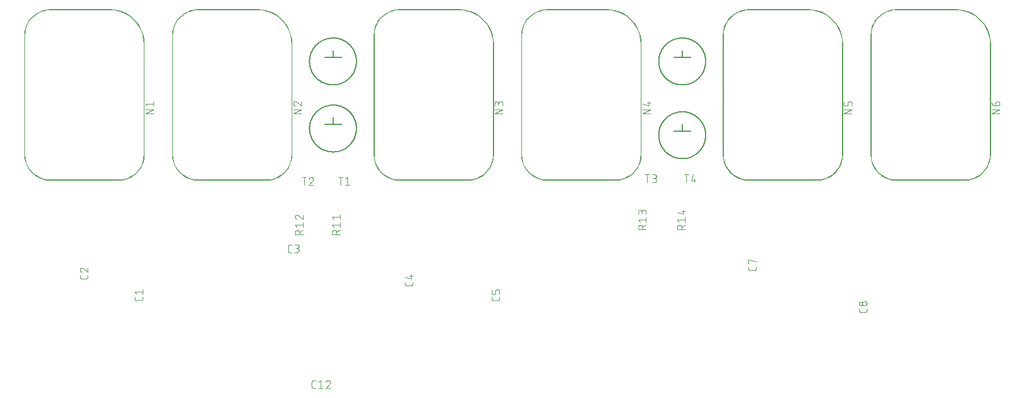
<source format=gbr>
G04 EAGLE Gerber RS-274X export*
G75*
%MOMM*%
%FSLAX34Y34*%
%LPD*%
%INSilkscreen Top*%
%IPPOS*%
%AMOC8*
5,1,8,0,0,1.08239X$1,22.5*%
G01*
%ADD10C,0.101600*%
%ADD11C,0.127000*%

G36*
X1430820Y442369D02*
X1430820Y442369D01*
X1430845Y442367D01*
X1436267Y442755D01*
X1436304Y442765D01*
X1436357Y442768D01*
X1441669Y443924D01*
X1441704Y443938D01*
X1441756Y443949D01*
X1442718Y444308D01*
X1442719Y444308D01*
X1444419Y444942D01*
X1444419Y444943D01*
X1446119Y445577D01*
X1446120Y445577D01*
X1446849Y445849D01*
X1446882Y445868D01*
X1446931Y445886D01*
X1451702Y448492D01*
X1451732Y448515D01*
X1451779Y448541D01*
X1456130Y451798D01*
X1456156Y451826D01*
X1456199Y451857D01*
X1460043Y455701D01*
X1460064Y455733D01*
X1460102Y455770D01*
X1463360Y460122D01*
X1463377Y460156D01*
X1463408Y460198D01*
X1463894Y461087D01*
X1464587Y462355D01*
X1464587Y462356D01*
X1465279Y463624D01*
X1465972Y464892D01*
X1465972Y464893D01*
X1466014Y464969D01*
X1466026Y465005D01*
X1466051Y465051D01*
X1467951Y470144D01*
X1467958Y470182D01*
X1467976Y470231D01*
X1469132Y475543D01*
X1469133Y475581D01*
X1469145Y475633D01*
X1469533Y481055D01*
X1469531Y481075D01*
X1469534Y481100D01*
X1469534Y646200D01*
X1469531Y646217D01*
X1469533Y646238D01*
X1469163Y652362D01*
X1469155Y652394D01*
X1469154Y652438D01*
X1468048Y658472D01*
X1468036Y658503D01*
X1468029Y658546D01*
X1466204Y664403D01*
X1466189Y664432D01*
X1466177Y664474D01*
X1463660Y670068D01*
X1463641Y670095D01*
X1463624Y670136D01*
X1460450Y675386D01*
X1460429Y675411D01*
X1460407Y675449D01*
X1456624Y680278D01*
X1456599Y680300D01*
X1456573Y680335D01*
X1452235Y684673D01*
X1452208Y684692D01*
X1452178Y684724D01*
X1447349Y688507D01*
X1447320Y688522D01*
X1447286Y688550D01*
X1442036Y691724D01*
X1442005Y691736D01*
X1441968Y691760D01*
X1436374Y694277D01*
X1436342Y694285D01*
X1436303Y694304D01*
X1434810Y694770D01*
X1430446Y696129D01*
X1430413Y696133D01*
X1430372Y696148D01*
X1424338Y697254D01*
X1424305Y697254D01*
X1424262Y697263D01*
X1418138Y697633D01*
X1418121Y697631D01*
X1418100Y697634D01*
X1329200Y697634D01*
X1329180Y697631D01*
X1329155Y697633D01*
X1323733Y697245D01*
X1323696Y697235D01*
X1323643Y697232D01*
X1318331Y696076D01*
X1318296Y696062D01*
X1318244Y696051D01*
X1318178Y696026D01*
X1316477Y695392D01*
X1314777Y694758D01*
X1313151Y694151D01*
X1313118Y694132D01*
X1313069Y694114D01*
X1308298Y691508D01*
X1308268Y691485D01*
X1308222Y691460D01*
X1303870Y688202D01*
X1303844Y688174D01*
X1303801Y688143D01*
X1299957Y684299D01*
X1299936Y684267D01*
X1299898Y684230D01*
X1296641Y679879D01*
X1296623Y679844D01*
X1296592Y679802D01*
X1295942Y678613D01*
X1295250Y677345D01*
X1295249Y677345D01*
X1295249Y677344D01*
X1294557Y676076D01*
X1293986Y675031D01*
X1293974Y674995D01*
X1293949Y674949D01*
X1292049Y669856D01*
X1292042Y669818D01*
X1292024Y669769D01*
X1290868Y664457D01*
X1290868Y664448D01*
X1290867Y664447D01*
X1290867Y664441D01*
X1290867Y664419D01*
X1290855Y664367D01*
X1290467Y658945D01*
X1290470Y658925D01*
X1290466Y658900D01*
X1290466Y481100D01*
X1290469Y481080D01*
X1290467Y481055D01*
X1290855Y475633D01*
X1290865Y475596D01*
X1290868Y475543D01*
X1292024Y470231D01*
X1292038Y470196D01*
X1292049Y470144D01*
X1293949Y465051D01*
X1293968Y465018D01*
X1293986Y464969D01*
X1296592Y460198D01*
X1296615Y460168D01*
X1296641Y460122D01*
X1299898Y455770D01*
X1299926Y455744D01*
X1299957Y455701D01*
X1303801Y451857D01*
X1303833Y451836D01*
X1303870Y451798D01*
X1308222Y448541D01*
X1308256Y448523D01*
X1308298Y448492D01*
X1313069Y445886D01*
X1313105Y445874D01*
X1313151Y445849D01*
X1318244Y443949D01*
X1318282Y443942D01*
X1318331Y443924D01*
X1323643Y442768D01*
X1323681Y442767D01*
X1323733Y442755D01*
X1329155Y442367D01*
X1329175Y442370D01*
X1329200Y442366D01*
X1430800Y442366D01*
X1430820Y442369D01*
G37*
G36*
X170820Y442369D02*
X170820Y442369D01*
X170845Y442367D01*
X176267Y442755D01*
X176304Y442765D01*
X176357Y442768D01*
X181669Y443924D01*
X181704Y443938D01*
X181756Y443949D01*
X182718Y444308D01*
X182719Y444308D01*
X184419Y444942D01*
X184419Y444943D01*
X186119Y445577D01*
X186120Y445577D01*
X186849Y445849D01*
X186882Y445868D01*
X186931Y445886D01*
X191702Y448492D01*
X191732Y448515D01*
X191779Y448541D01*
X196130Y451798D01*
X196156Y451826D01*
X196199Y451857D01*
X200043Y455701D01*
X200064Y455733D01*
X200102Y455770D01*
X203360Y460122D01*
X203377Y460156D01*
X203408Y460198D01*
X203894Y461087D01*
X204587Y462355D01*
X204587Y462356D01*
X205279Y463624D01*
X205972Y464892D01*
X205972Y464893D01*
X206014Y464969D01*
X206026Y465005D01*
X206051Y465051D01*
X207951Y470144D01*
X207958Y470182D01*
X207976Y470231D01*
X209132Y475543D01*
X209133Y475581D01*
X209145Y475633D01*
X209533Y481055D01*
X209531Y481075D01*
X209534Y481100D01*
X209534Y646200D01*
X209531Y646217D01*
X209533Y646238D01*
X209163Y652362D01*
X209155Y652394D01*
X209154Y652438D01*
X208048Y658472D01*
X208036Y658503D01*
X208029Y658546D01*
X206204Y664403D01*
X206189Y664432D01*
X206177Y664474D01*
X203660Y670068D01*
X203641Y670095D01*
X203624Y670136D01*
X200450Y675386D01*
X200429Y675411D01*
X200407Y675449D01*
X196624Y680278D01*
X196599Y680300D01*
X196573Y680335D01*
X192235Y684673D01*
X192208Y684692D01*
X192178Y684724D01*
X187349Y688507D01*
X187320Y688522D01*
X187286Y688550D01*
X182036Y691724D01*
X182005Y691736D01*
X181968Y691760D01*
X176374Y694277D01*
X176342Y694285D01*
X176303Y694304D01*
X174810Y694770D01*
X170446Y696129D01*
X170413Y696133D01*
X170372Y696148D01*
X164338Y697254D01*
X164305Y697254D01*
X164262Y697263D01*
X158138Y697633D01*
X158121Y697631D01*
X158100Y697634D01*
X69200Y697634D01*
X69180Y697631D01*
X69155Y697633D01*
X63733Y697245D01*
X63696Y697235D01*
X63643Y697232D01*
X58331Y696076D01*
X58296Y696062D01*
X58244Y696051D01*
X58178Y696026D01*
X56477Y695392D01*
X54777Y694758D01*
X53151Y694151D01*
X53118Y694132D01*
X53069Y694114D01*
X48298Y691508D01*
X48268Y691485D01*
X48222Y691460D01*
X43870Y688202D01*
X43844Y688174D01*
X43801Y688143D01*
X39957Y684299D01*
X39936Y684267D01*
X39898Y684230D01*
X36641Y679879D01*
X36623Y679844D01*
X36592Y679802D01*
X35942Y678613D01*
X35250Y677345D01*
X35249Y677345D01*
X35249Y677344D01*
X34557Y676076D01*
X33986Y675031D01*
X33974Y674995D01*
X33949Y674949D01*
X32049Y669856D01*
X32042Y669818D01*
X32024Y669769D01*
X30868Y664457D01*
X30868Y664448D01*
X30867Y664447D01*
X30867Y664441D01*
X30867Y664419D01*
X30855Y664367D01*
X30467Y658945D01*
X30470Y658925D01*
X30466Y658900D01*
X30466Y481100D01*
X30469Y481080D01*
X30467Y481055D01*
X30855Y475633D01*
X30865Y475596D01*
X30868Y475543D01*
X32024Y470231D01*
X32038Y470196D01*
X32049Y470144D01*
X33949Y465051D01*
X33968Y465018D01*
X33986Y464969D01*
X36592Y460198D01*
X36615Y460168D01*
X36641Y460122D01*
X39898Y455770D01*
X39926Y455744D01*
X39957Y455701D01*
X43801Y451857D01*
X43833Y451836D01*
X43870Y451798D01*
X48222Y448541D01*
X48256Y448523D01*
X48298Y448492D01*
X53069Y445886D01*
X53105Y445874D01*
X53151Y445849D01*
X58244Y443949D01*
X58282Y443942D01*
X58331Y443924D01*
X63643Y442768D01*
X63681Y442767D01*
X63733Y442755D01*
X69155Y442367D01*
X69175Y442370D01*
X69200Y442366D01*
X170800Y442366D01*
X170820Y442369D01*
G37*
G36*
X1210820Y442369D02*
X1210820Y442369D01*
X1210845Y442367D01*
X1216267Y442755D01*
X1216304Y442765D01*
X1216357Y442768D01*
X1221669Y443924D01*
X1221704Y443938D01*
X1221756Y443949D01*
X1222718Y444308D01*
X1222719Y444308D01*
X1224419Y444942D01*
X1224419Y444943D01*
X1226119Y445577D01*
X1226120Y445577D01*
X1226849Y445849D01*
X1226882Y445868D01*
X1226931Y445886D01*
X1231702Y448492D01*
X1231732Y448515D01*
X1231779Y448541D01*
X1236130Y451798D01*
X1236156Y451826D01*
X1236199Y451857D01*
X1240043Y455701D01*
X1240064Y455733D01*
X1240102Y455770D01*
X1243360Y460122D01*
X1243377Y460156D01*
X1243408Y460198D01*
X1243894Y461087D01*
X1244587Y462355D01*
X1244587Y462356D01*
X1245279Y463624D01*
X1245972Y464892D01*
X1245972Y464893D01*
X1246014Y464969D01*
X1246026Y465005D01*
X1246051Y465051D01*
X1247951Y470144D01*
X1247958Y470182D01*
X1247976Y470231D01*
X1249132Y475543D01*
X1249133Y475581D01*
X1249145Y475633D01*
X1249533Y481055D01*
X1249531Y481075D01*
X1249534Y481100D01*
X1249534Y646200D01*
X1249531Y646217D01*
X1249533Y646238D01*
X1249163Y652362D01*
X1249155Y652394D01*
X1249154Y652438D01*
X1248048Y658472D01*
X1248036Y658503D01*
X1248029Y658546D01*
X1246204Y664403D01*
X1246189Y664432D01*
X1246177Y664474D01*
X1243660Y670068D01*
X1243641Y670095D01*
X1243624Y670136D01*
X1240450Y675386D01*
X1240429Y675411D01*
X1240407Y675449D01*
X1236624Y680278D01*
X1236599Y680300D01*
X1236573Y680335D01*
X1232235Y684673D01*
X1232208Y684692D01*
X1232178Y684724D01*
X1227349Y688507D01*
X1227320Y688522D01*
X1227286Y688550D01*
X1222036Y691724D01*
X1222005Y691736D01*
X1221968Y691760D01*
X1216374Y694277D01*
X1216342Y694285D01*
X1216303Y694304D01*
X1214810Y694770D01*
X1210446Y696129D01*
X1210413Y696133D01*
X1210372Y696148D01*
X1204338Y697254D01*
X1204305Y697254D01*
X1204262Y697263D01*
X1198138Y697633D01*
X1198121Y697631D01*
X1198100Y697634D01*
X1109200Y697634D01*
X1109180Y697631D01*
X1109155Y697633D01*
X1103733Y697245D01*
X1103696Y697235D01*
X1103643Y697232D01*
X1098331Y696076D01*
X1098296Y696062D01*
X1098244Y696051D01*
X1098178Y696026D01*
X1096477Y695392D01*
X1094777Y694758D01*
X1093151Y694151D01*
X1093118Y694132D01*
X1093069Y694114D01*
X1088298Y691508D01*
X1088268Y691485D01*
X1088222Y691460D01*
X1083870Y688202D01*
X1083844Y688174D01*
X1083801Y688143D01*
X1079957Y684299D01*
X1079936Y684267D01*
X1079898Y684230D01*
X1076641Y679879D01*
X1076623Y679844D01*
X1076592Y679802D01*
X1075942Y678613D01*
X1075250Y677345D01*
X1075249Y677345D01*
X1075249Y677344D01*
X1074557Y676076D01*
X1073986Y675031D01*
X1073974Y674995D01*
X1073949Y674949D01*
X1072049Y669856D01*
X1072042Y669818D01*
X1072024Y669769D01*
X1070868Y664457D01*
X1070868Y664448D01*
X1070867Y664447D01*
X1070867Y664441D01*
X1070867Y664419D01*
X1070855Y664367D01*
X1070467Y658945D01*
X1070470Y658925D01*
X1070466Y658900D01*
X1070466Y481100D01*
X1070469Y481080D01*
X1070467Y481055D01*
X1070855Y475633D01*
X1070865Y475596D01*
X1070868Y475543D01*
X1072024Y470231D01*
X1072038Y470196D01*
X1072049Y470144D01*
X1073949Y465051D01*
X1073968Y465018D01*
X1073986Y464969D01*
X1076592Y460198D01*
X1076615Y460168D01*
X1076641Y460122D01*
X1079898Y455770D01*
X1079926Y455744D01*
X1079957Y455701D01*
X1083801Y451857D01*
X1083833Y451836D01*
X1083870Y451798D01*
X1088222Y448541D01*
X1088256Y448523D01*
X1088298Y448492D01*
X1093069Y445886D01*
X1093105Y445874D01*
X1093151Y445849D01*
X1098244Y443949D01*
X1098282Y443942D01*
X1098331Y443924D01*
X1103643Y442768D01*
X1103681Y442767D01*
X1103733Y442755D01*
X1109155Y442367D01*
X1109175Y442370D01*
X1109200Y442366D01*
X1210800Y442366D01*
X1210820Y442369D01*
G37*
G36*
X910820Y442369D02*
X910820Y442369D01*
X910845Y442367D01*
X916267Y442755D01*
X916304Y442765D01*
X916357Y442768D01*
X921669Y443924D01*
X921704Y443938D01*
X921756Y443949D01*
X922718Y444308D01*
X922719Y444308D01*
X924419Y444942D01*
X924419Y444943D01*
X926119Y445577D01*
X926120Y445577D01*
X926849Y445849D01*
X926882Y445868D01*
X926931Y445886D01*
X931702Y448492D01*
X931732Y448515D01*
X931779Y448541D01*
X936130Y451798D01*
X936156Y451826D01*
X936199Y451857D01*
X940043Y455701D01*
X940064Y455733D01*
X940102Y455770D01*
X943360Y460122D01*
X943377Y460156D01*
X943408Y460198D01*
X943894Y461087D01*
X944587Y462355D01*
X944587Y462356D01*
X945279Y463624D01*
X945972Y464892D01*
X945972Y464893D01*
X946014Y464969D01*
X946026Y465005D01*
X946051Y465051D01*
X947951Y470144D01*
X947958Y470182D01*
X947976Y470231D01*
X949132Y475543D01*
X949133Y475581D01*
X949145Y475633D01*
X949533Y481055D01*
X949531Y481075D01*
X949534Y481100D01*
X949534Y646200D01*
X949531Y646217D01*
X949533Y646238D01*
X949163Y652362D01*
X949155Y652394D01*
X949154Y652438D01*
X948048Y658472D01*
X948036Y658503D01*
X948029Y658546D01*
X946204Y664403D01*
X946189Y664432D01*
X946177Y664474D01*
X943660Y670068D01*
X943641Y670095D01*
X943624Y670136D01*
X940450Y675386D01*
X940429Y675411D01*
X940407Y675449D01*
X936624Y680278D01*
X936599Y680300D01*
X936573Y680335D01*
X932235Y684673D01*
X932208Y684692D01*
X932178Y684724D01*
X927349Y688507D01*
X927320Y688522D01*
X927286Y688550D01*
X922036Y691724D01*
X922005Y691736D01*
X921968Y691760D01*
X916374Y694277D01*
X916342Y694285D01*
X916303Y694304D01*
X914810Y694770D01*
X910446Y696129D01*
X910413Y696133D01*
X910372Y696148D01*
X904338Y697254D01*
X904305Y697254D01*
X904262Y697263D01*
X898138Y697633D01*
X898121Y697631D01*
X898100Y697634D01*
X809200Y697634D01*
X809180Y697631D01*
X809155Y697633D01*
X803733Y697245D01*
X803696Y697235D01*
X803643Y697232D01*
X798331Y696076D01*
X798296Y696062D01*
X798244Y696051D01*
X798178Y696026D01*
X796477Y695392D01*
X794777Y694758D01*
X793151Y694151D01*
X793118Y694132D01*
X793069Y694114D01*
X788298Y691508D01*
X788268Y691485D01*
X788222Y691460D01*
X783870Y688202D01*
X783844Y688174D01*
X783801Y688143D01*
X779957Y684299D01*
X779936Y684267D01*
X779898Y684230D01*
X776641Y679879D01*
X776623Y679844D01*
X776592Y679802D01*
X775942Y678613D01*
X775250Y677345D01*
X775249Y677345D01*
X775249Y677344D01*
X774557Y676076D01*
X773986Y675031D01*
X773974Y674995D01*
X773949Y674949D01*
X772049Y669856D01*
X772042Y669818D01*
X772024Y669769D01*
X770868Y664457D01*
X770868Y664448D01*
X770867Y664447D01*
X770867Y664441D01*
X770867Y664419D01*
X770855Y664367D01*
X770467Y658945D01*
X770470Y658925D01*
X770466Y658900D01*
X770466Y481100D01*
X770469Y481080D01*
X770467Y481055D01*
X770855Y475633D01*
X770865Y475596D01*
X770868Y475543D01*
X772024Y470231D01*
X772038Y470196D01*
X772049Y470144D01*
X773949Y465051D01*
X773968Y465018D01*
X773986Y464969D01*
X776592Y460198D01*
X776615Y460168D01*
X776641Y460122D01*
X779898Y455770D01*
X779926Y455744D01*
X779957Y455701D01*
X783801Y451857D01*
X783833Y451836D01*
X783870Y451798D01*
X788222Y448541D01*
X788256Y448523D01*
X788298Y448492D01*
X793069Y445886D01*
X793105Y445874D01*
X793151Y445849D01*
X798244Y443949D01*
X798282Y443942D01*
X798331Y443924D01*
X803643Y442768D01*
X803681Y442767D01*
X803733Y442755D01*
X809155Y442367D01*
X809175Y442370D01*
X809200Y442366D01*
X910800Y442366D01*
X910820Y442369D01*
G37*
G36*
X390820Y442369D02*
X390820Y442369D01*
X390845Y442367D01*
X396267Y442755D01*
X396304Y442765D01*
X396357Y442768D01*
X401669Y443924D01*
X401704Y443938D01*
X401756Y443949D01*
X402718Y444308D01*
X402719Y444308D01*
X404419Y444942D01*
X404419Y444943D01*
X406119Y445577D01*
X406120Y445577D01*
X406849Y445849D01*
X406882Y445868D01*
X406931Y445886D01*
X411702Y448492D01*
X411732Y448515D01*
X411779Y448541D01*
X416130Y451798D01*
X416156Y451826D01*
X416199Y451857D01*
X420043Y455701D01*
X420064Y455733D01*
X420102Y455770D01*
X423360Y460122D01*
X423377Y460156D01*
X423408Y460198D01*
X423894Y461087D01*
X424587Y462355D01*
X424587Y462356D01*
X425279Y463624D01*
X425972Y464892D01*
X425972Y464893D01*
X426014Y464969D01*
X426026Y465005D01*
X426051Y465051D01*
X427951Y470144D01*
X427958Y470182D01*
X427976Y470231D01*
X429132Y475543D01*
X429133Y475581D01*
X429145Y475633D01*
X429533Y481055D01*
X429531Y481075D01*
X429534Y481100D01*
X429534Y646200D01*
X429531Y646217D01*
X429533Y646238D01*
X429163Y652362D01*
X429155Y652394D01*
X429154Y652438D01*
X428048Y658472D01*
X428036Y658503D01*
X428029Y658546D01*
X426204Y664403D01*
X426189Y664432D01*
X426177Y664474D01*
X423660Y670068D01*
X423641Y670095D01*
X423624Y670136D01*
X420450Y675386D01*
X420429Y675411D01*
X420407Y675449D01*
X416624Y680278D01*
X416599Y680300D01*
X416573Y680335D01*
X412235Y684673D01*
X412208Y684692D01*
X412178Y684724D01*
X407349Y688507D01*
X407320Y688522D01*
X407286Y688550D01*
X402036Y691724D01*
X402005Y691736D01*
X401968Y691760D01*
X396374Y694277D01*
X396342Y694285D01*
X396303Y694304D01*
X394810Y694770D01*
X390446Y696129D01*
X390413Y696133D01*
X390372Y696148D01*
X384338Y697254D01*
X384305Y697254D01*
X384262Y697263D01*
X378138Y697633D01*
X378121Y697631D01*
X378100Y697634D01*
X289200Y697634D01*
X289180Y697631D01*
X289155Y697633D01*
X283733Y697245D01*
X283696Y697235D01*
X283643Y697232D01*
X278331Y696076D01*
X278296Y696062D01*
X278244Y696051D01*
X278178Y696026D01*
X276477Y695392D01*
X274777Y694758D01*
X273151Y694151D01*
X273118Y694132D01*
X273069Y694114D01*
X268298Y691508D01*
X268268Y691485D01*
X268222Y691460D01*
X263870Y688202D01*
X263844Y688174D01*
X263801Y688143D01*
X259957Y684299D01*
X259936Y684267D01*
X259898Y684230D01*
X256641Y679879D01*
X256623Y679844D01*
X256592Y679802D01*
X255942Y678613D01*
X255250Y677345D01*
X255249Y677345D01*
X255249Y677344D01*
X254557Y676076D01*
X253986Y675031D01*
X253974Y674995D01*
X253949Y674949D01*
X252049Y669856D01*
X252042Y669818D01*
X252024Y669769D01*
X250868Y664457D01*
X250868Y664448D01*
X250867Y664447D01*
X250867Y664441D01*
X250867Y664419D01*
X250855Y664367D01*
X250467Y658945D01*
X250470Y658925D01*
X250466Y658900D01*
X250466Y481100D01*
X250469Y481080D01*
X250467Y481055D01*
X250855Y475633D01*
X250865Y475596D01*
X250868Y475543D01*
X252024Y470231D01*
X252038Y470196D01*
X252049Y470144D01*
X253949Y465051D01*
X253968Y465018D01*
X253986Y464969D01*
X256592Y460198D01*
X256615Y460168D01*
X256641Y460122D01*
X259898Y455770D01*
X259926Y455744D01*
X259957Y455701D01*
X263801Y451857D01*
X263833Y451836D01*
X263870Y451798D01*
X268222Y448541D01*
X268256Y448523D01*
X268298Y448492D01*
X273069Y445886D01*
X273105Y445874D01*
X273151Y445849D01*
X278244Y443949D01*
X278282Y443942D01*
X278331Y443924D01*
X283643Y442768D01*
X283681Y442767D01*
X283733Y442755D01*
X289155Y442367D01*
X289175Y442370D01*
X289200Y442366D01*
X390800Y442366D01*
X390820Y442369D01*
G37*
G36*
X690820Y442369D02*
X690820Y442369D01*
X690845Y442367D01*
X696267Y442755D01*
X696304Y442765D01*
X696357Y442768D01*
X701669Y443924D01*
X701704Y443938D01*
X701756Y443949D01*
X702718Y444308D01*
X702719Y444308D01*
X704419Y444942D01*
X704419Y444943D01*
X706119Y445577D01*
X706120Y445577D01*
X706849Y445849D01*
X706882Y445868D01*
X706931Y445886D01*
X711702Y448492D01*
X711732Y448515D01*
X711779Y448541D01*
X716130Y451798D01*
X716156Y451826D01*
X716199Y451857D01*
X720043Y455701D01*
X720064Y455733D01*
X720102Y455770D01*
X723360Y460122D01*
X723377Y460156D01*
X723408Y460198D01*
X723894Y461087D01*
X724587Y462355D01*
X724587Y462356D01*
X725279Y463624D01*
X725972Y464892D01*
X725972Y464893D01*
X726014Y464969D01*
X726026Y465005D01*
X726051Y465051D01*
X727951Y470144D01*
X727958Y470182D01*
X727976Y470231D01*
X729132Y475543D01*
X729133Y475581D01*
X729145Y475633D01*
X729533Y481055D01*
X729531Y481075D01*
X729534Y481100D01*
X729534Y646200D01*
X729531Y646217D01*
X729533Y646238D01*
X729163Y652362D01*
X729155Y652394D01*
X729154Y652438D01*
X728048Y658472D01*
X728036Y658503D01*
X728029Y658546D01*
X726204Y664403D01*
X726189Y664432D01*
X726177Y664474D01*
X723660Y670068D01*
X723641Y670095D01*
X723624Y670136D01*
X720450Y675386D01*
X720429Y675411D01*
X720407Y675449D01*
X716624Y680278D01*
X716599Y680300D01*
X716573Y680335D01*
X712235Y684673D01*
X712208Y684692D01*
X712178Y684724D01*
X707349Y688507D01*
X707320Y688522D01*
X707286Y688550D01*
X702036Y691724D01*
X702005Y691736D01*
X701968Y691760D01*
X696374Y694277D01*
X696342Y694285D01*
X696303Y694304D01*
X694810Y694770D01*
X690446Y696129D01*
X690413Y696133D01*
X690372Y696148D01*
X684338Y697254D01*
X684305Y697254D01*
X684262Y697263D01*
X678138Y697633D01*
X678121Y697631D01*
X678100Y697634D01*
X589200Y697634D01*
X589180Y697631D01*
X589155Y697633D01*
X583733Y697245D01*
X583696Y697235D01*
X583643Y697232D01*
X578331Y696076D01*
X578296Y696062D01*
X578244Y696051D01*
X578178Y696026D01*
X576477Y695392D01*
X574777Y694758D01*
X573151Y694151D01*
X573118Y694132D01*
X573069Y694114D01*
X568298Y691508D01*
X568268Y691485D01*
X568222Y691460D01*
X563870Y688202D01*
X563844Y688174D01*
X563801Y688143D01*
X559957Y684299D01*
X559936Y684267D01*
X559898Y684230D01*
X556641Y679879D01*
X556623Y679844D01*
X556592Y679802D01*
X555942Y678613D01*
X555250Y677345D01*
X555249Y677345D01*
X555249Y677344D01*
X554557Y676076D01*
X553986Y675031D01*
X553974Y674995D01*
X553949Y674949D01*
X552049Y669856D01*
X552042Y669818D01*
X552024Y669769D01*
X550868Y664457D01*
X550868Y664448D01*
X550867Y664447D01*
X550867Y664441D01*
X550867Y664419D01*
X550855Y664367D01*
X550467Y658945D01*
X550470Y658925D01*
X550466Y658900D01*
X550466Y481100D01*
X550469Y481080D01*
X550467Y481055D01*
X550855Y475633D01*
X550865Y475596D01*
X550868Y475543D01*
X552024Y470231D01*
X552038Y470196D01*
X552049Y470144D01*
X553949Y465051D01*
X553968Y465018D01*
X553986Y464969D01*
X556592Y460198D01*
X556615Y460168D01*
X556641Y460122D01*
X559898Y455770D01*
X559926Y455744D01*
X559957Y455701D01*
X563801Y451857D01*
X563833Y451836D01*
X563870Y451798D01*
X568222Y448541D01*
X568256Y448523D01*
X568298Y448492D01*
X573069Y445886D01*
X573105Y445874D01*
X573151Y445849D01*
X578244Y443949D01*
X578282Y443942D01*
X578331Y443924D01*
X583643Y442768D01*
X583681Y442767D01*
X583733Y442755D01*
X589155Y442367D01*
X589175Y442370D01*
X589200Y442366D01*
X690800Y442366D01*
X690820Y442369D01*
G37*
%LPC*%
G36*
X69223Y443634D02*
X69223Y443634D01*
X63868Y444017D01*
X58645Y445153D01*
X53637Y447021D01*
X48945Y449583D01*
X44666Y452787D01*
X40887Y456566D01*
X37683Y460845D01*
X35121Y465537D01*
X33253Y470545D01*
X32117Y475768D01*
X31734Y481123D01*
X31734Y658877D01*
X32117Y664232D01*
X33253Y669455D01*
X35121Y674463D01*
X36014Y676098D01*
X36707Y677366D01*
X37399Y678635D01*
X37683Y679155D01*
X40887Y683434D01*
X44666Y687213D01*
X48945Y690417D01*
X53637Y692979D01*
X55218Y693568D01*
X56919Y694203D01*
X58619Y694837D01*
X58645Y694847D01*
X63868Y695983D01*
X69223Y696366D01*
X158081Y696366D01*
X164147Y695999D01*
X170105Y694907D01*
X170368Y694825D01*
X175889Y693105D01*
X181413Y690619D01*
X186597Y687485D01*
X191365Y683749D01*
X195649Y679465D01*
X199385Y674697D01*
X202519Y669513D01*
X205005Y663989D01*
X206807Y658205D01*
X207899Y652247D01*
X208266Y646181D01*
X208266Y481123D01*
X207883Y475768D01*
X206747Y470545D01*
X204879Y465537D01*
X203822Y463602D01*
X203130Y462334D01*
X202437Y461065D01*
X202317Y460845D01*
X199113Y456566D01*
X195334Y452787D01*
X191055Y449583D01*
X186363Y447021D01*
X185678Y446766D01*
X183977Y446132D01*
X182277Y445497D01*
X181355Y445153D01*
X176132Y444017D01*
X170777Y443634D01*
X69223Y443634D01*
G37*
%LPD*%
%LPC*%
G36*
X1329223Y443634D02*
X1329223Y443634D01*
X1323868Y444017D01*
X1318645Y445153D01*
X1313637Y447021D01*
X1308945Y449583D01*
X1304666Y452787D01*
X1300887Y456566D01*
X1297683Y460845D01*
X1295121Y465537D01*
X1293253Y470545D01*
X1292117Y475768D01*
X1291734Y481123D01*
X1291734Y658877D01*
X1292117Y664232D01*
X1293253Y669455D01*
X1295121Y674463D01*
X1296014Y676098D01*
X1296707Y677366D01*
X1297399Y678635D01*
X1297683Y679155D01*
X1300887Y683434D01*
X1304666Y687213D01*
X1308945Y690417D01*
X1313637Y692979D01*
X1315218Y693568D01*
X1316919Y694203D01*
X1318619Y694837D01*
X1318645Y694847D01*
X1323868Y695983D01*
X1329223Y696366D01*
X1418081Y696366D01*
X1424147Y695999D01*
X1430105Y694907D01*
X1430368Y694825D01*
X1435889Y693105D01*
X1441413Y690619D01*
X1446597Y687485D01*
X1451365Y683749D01*
X1455649Y679465D01*
X1459385Y674697D01*
X1462519Y669513D01*
X1465005Y663989D01*
X1466807Y658205D01*
X1467899Y652247D01*
X1468266Y646181D01*
X1468266Y481123D01*
X1467883Y475768D01*
X1466747Y470545D01*
X1464879Y465537D01*
X1463822Y463602D01*
X1463130Y462334D01*
X1462437Y461065D01*
X1462317Y460845D01*
X1459113Y456566D01*
X1455334Y452787D01*
X1451055Y449583D01*
X1446363Y447021D01*
X1445678Y446766D01*
X1443977Y446132D01*
X1442277Y445497D01*
X1441355Y445153D01*
X1436132Y444017D01*
X1430777Y443634D01*
X1329223Y443634D01*
G37*
%LPD*%
%LPC*%
G36*
X1109223Y443634D02*
X1109223Y443634D01*
X1103868Y444017D01*
X1098645Y445153D01*
X1093637Y447021D01*
X1088945Y449583D01*
X1084666Y452787D01*
X1080887Y456566D01*
X1077683Y460845D01*
X1075121Y465537D01*
X1073253Y470545D01*
X1072117Y475768D01*
X1071734Y481123D01*
X1071734Y658877D01*
X1072117Y664232D01*
X1073253Y669455D01*
X1075121Y674463D01*
X1076014Y676098D01*
X1076707Y677366D01*
X1077399Y678635D01*
X1077683Y679155D01*
X1080887Y683434D01*
X1084666Y687213D01*
X1088945Y690417D01*
X1093637Y692979D01*
X1095218Y693568D01*
X1096919Y694203D01*
X1098619Y694837D01*
X1098645Y694847D01*
X1103868Y695983D01*
X1109223Y696366D01*
X1198081Y696366D01*
X1204147Y695999D01*
X1210105Y694907D01*
X1210368Y694825D01*
X1215889Y693105D01*
X1221413Y690619D01*
X1226597Y687485D01*
X1231365Y683749D01*
X1235649Y679465D01*
X1239385Y674697D01*
X1242519Y669513D01*
X1245005Y663989D01*
X1246807Y658205D01*
X1247899Y652247D01*
X1248266Y646181D01*
X1248266Y481123D01*
X1247883Y475768D01*
X1246747Y470545D01*
X1244879Y465537D01*
X1243822Y463602D01*
X1243130Y462334D01*
X1242437Y461065D01*
X1242317Y460845D01*
X1239113Y456566D01*
X1235334Y452787D01*
X1231055Y449583D01*
X1226363Y447021D01*
X1225678Y446766D01*
X1223977Y446132D01*
X1222277Y445497D01*
X1221355Y445153D01*
X1216132Y444017D01*
X1210777Y443634D01*
X1109223Y443634D01*
G37*
%LPD*%
%LPC*%
G36*
X809223Y443634D02*
X809223Y443634D01*
X803868Y444017D01*
X798645Y445153D01*
X793637Y447021D01*
X788945Y449583D01*
X784666Y452787D01*
X780887Y456566D01*
X777683Y460845D01*
X775121Y465537D01*
X773253Y470545D01*
X772117Y475768D01*
X771734Y481123D01*
X771734Y658877D01*
X772117Y664232D01*
X773253Y669455D01*
X775121Y674463D01*
X776014Y676098D01*
X776707Y677366D01*
X777399Y678635D01*
X777683Y679155D01*
X780887Y683434D01*
X784666Y687213D01*
X788945Y690417D01*
X793637Y692979D01*
X795218Y693568D01*
X796919Y694203D01*
X798619Y694837D01*
X798645Y694847D01*
X803868Y695983D01*
X809223Y696366D01*
X898081Y696366D01*
X904147Y695999D01*
X910105Y694907D01*
X910368Y694825D01*
X915889Y693105D01*
X921413Y690619D01*
X926597Y687485D01*
X931365Y683749D01*
X935649Y679465D01*
X939385Y674697D01*
X942519Y669513D01*
X945005Y663989D01*
X946807Y658205D01*
X947899Y652247D01*
X948266Y646181D01*
X948266Y481123D01*
X947883Y475768D01*
X946747Y470545D01*
X944879Y465537D01*
X943822Y463602D01*
X943130Y462334D01*
X942437Y461065D01*
X942317Y460845D01*
X939113Y456566D01*
X935334Y452787D01*
X931055Y449583D01*
X926363Y447021D01*
X925678Y446766D01*
X923977Y446132D01*
X922277Y445497D01*
X921355Y445153D01*
X916132Y444017D01*
X910777Y443634D01*
X809223Y443634D01*
G37*
%LPD*%
%LPC*%
G36*
X589223Y443634D02*
X589223Y443634D01*
X583868Y444017D01*
X578645Y445153D01*
X573637Y447021D01*
X568945Y449583D01*
X564666Y452787D01*
X560887Y456566D01*
X557683Y460845D01*
X555121Y465537D01*
X553253Y470545D01*
X552117Y475768D01*
X551734Y481123D01*
X551734Y658877D01*
X552117Y664232D01*
X553253Y669455D01*
X555121Y674463D01*
X556014Y676098D01*
X556707Y677366D01*
X557399Y678635D01*
X557683Y679155D01*
X560887Y683434D01*
X564666Y687213D01*
X568945Y690417D01*
X573637Y692979D01*
X575218Y693568D01*
X576919Y694203D01*
X578619Y694837D01*
X578645Y694847D01*
X583868Y695983D01*
X589223Y696366D01*
X678081Y696366D01*
X684147Y695999D01*
X690105Y694907D01*
X690368Y694825D01*
X695889Y693105D01*
X701413Y690619D01*
X706597Y687485D01*
X711365Y683749D01*
X715649Y679465D01*
X719385Y674697D01*
X722519Y669513D01*
X725005Y663989D01*
X726807Y658205D01*
X727899Y652247D01*
X728266Y646181D01*
X728266Y481123D01*
X727883Y475768D01*
X726747Y470545D01*
X724879Y465537D01*
X723822Y463602D01*
X723130Y462334D01*
X722437Y461065D01*
X722317Y460845D01*
X719113Y456566D01*
X715334Y452787D01*
X711055Y449583D01*
X706363Y447021D01*
X705678Y446766D01*
X703977Y446132D01*
X702277Y445497D01*
X701355Y445153D01*
X696132Y444017D01*
X690777Y443634D01*
X589223Y443634D01*
G37*
%LPD*%
%LPC*%
G36*
X289223Y443634D02*
X289223Y443634D01*
X283868Y444017D01*
X278645Y445153D01*
X273637Y447021D01*
X268945Y449583D01*
X264666Y452787D01*
X260887Y456566D01*
X257683Y460845D01*
X255121Y465537D01*
X253253Y470545D01*
X252117Y475768D01*
X251734Y481123D01*
X251734Y658877D01*
X252117Y664232D01*
X253253Y669455D01*
X255121Y674463D01*
X256014Y676098D01*
X256707Y677366D01*
X257399Y678635D01*
X257683Y679155D01*
X260887Y683434D01*
X264666Y687213D01*
X268945Y690417D01*
X273637Y692979D01*
X275218Y693568D01*
X276919Y694203D01*
X278619Y694837D01*
X278645Y694847D01*
X283868Y695983D01*
X289223Y696366D01*
X378081Y696366D01*
X384147Y695999D01*
X390105Y694907D01*
X390368Y694825D01*
X395889Y693105D01*
X401413Y690619D01*
X406597Y687485D01*
X411365Y683749D01*
X415649Y679465D01*
X419385Y674697D01*
X422519Y669513D01*
X425005Y663989D01*
X426807Y658205D01*
X427899Y652247D01*
X428266Y646181D01*
X428266Y481123D01*
X427883Y475768D01*
X426747Y470545D01*
X424879Y465537D01*
X423822Y463602D01*
X423130Y462334D01*
X422437Y461065D01*
X422317Y460845D01*
X419113Y456566D01*
X415334Y452787D01*
X411055Y449583D01*
X406363Y447021D01*
X405678Y446766D01*
X403977Y446132D01*
X402277Y445497D01*
X401355Y445153D01*
X396132Y444017D01*
X390777Y443634D01*
X289223Y443634D01*
G37*
%LPD*%
D10*
X222680Y541933D02*
X210996Y541933D01*
X222680Y548424D01*
X210996Y548424D01*
X213592Y553744D02*
X210996Y556990D01*
X222680Y556990D01*
X222680Y560235D02*
X222680Y553744D01*
X430996Y541933D02*
X442680Y541933D01*
X442680Y548424D02*
X430996Y541933D01*
X430996Y548424D02*
X442680Y548424D01*
X430996Y557314D02*
X430998Y557421D01*
X431004Y557527D01*
X431014Y557633D01*
X431027Y557739D01*
X431045Y557845D01*
X431066Y557949D01*
X431091Y558053D01*
X431120Y558156D01*
X431152Y558257D01*
X431189Y558357D01*
X431229Y558456D01*
X431272Y558554D01*
X431319Y558650D01*
X431370Y558744D01*
X431424Y558836D01*
X431481Y558926D01*
X431541Y559014D01*
X431605Y559099D01*
X431672Y559182D01*
X431742Y559263D01*
X431814Y559341D01*
X431890Y559417D01*
X431968Y559489D01*
X432049Y559559D01*
X432132Y559626D01*
X432217Y559690D01*
X432305Y559750D01*
X432395Y559807D01*
X432487Y559861D01*
X432581Y559912D01*
X432677Y559959D01*
X432775Y560002D01*
X432874Y560042D01*
X432974Y560079D01*
X433075Y560111D01*
X433178Y560140D01*
X433282Y560165D01*
X433386Y560186D01*
X433492Y560204D01*
X433598Y560217D01*
X433704Y560227D01*
X433810Y560233D01*
X433917Y560235D01*
X430996Y557314D02*
X430998Y557193D01*
X431004Y557072D01*
X431014Y556952D01*
X431027Y556831D01*
X431045Y556712D01*
X431066Y556592D01*
X431091Y556474D01*
X431120Y556357D01*
X431153Y556240D01*
X431189Y556125D01*
X431230Y556011D01*
X431273Y555898D01*
X431321Y555786D01*
X431372Y555677D01*
X431427Y555569D01*
X431485Y555462D01*
X431546Y555358D01*
X431611Y555256D01*
X431679Y555156D01*
X431750Y555058D01*
X431824Y554962D01*
X431901Y554869D01*
X431982Y554779D01*
X432065Y554691D01*
X432151Y554606D01*
X432240Y554523D01*
X432331Y554444D01*
X432425Y554367D01*
X432521Y554294D01*
X432619Y554224D01*
X432720Y554157D01*
X432823Y554093D01*
X432928Y554033D01*
X433035Y553975D01*
X433143Y553922D01*
X433253Y553872D01*
X433365Y553826D01*
X433478Y553783D01*
X433593Y553744D01*
X436189Y559261D02*
X436111Y559340D01*
X436031Y559416D01*
X435948Y559489D01*
X435862Y559559D01*
X435775Y559626D01*
X435684Y559690D01*
X435592Y559750D01*
X435498Y559808D01*
X435401Y559862D01*
X435303Y559912D01*
X435203Y559959D01*
X435102Y560003D01*
X434999Y560043D01*
X434894Y560079D01*
X434789Y560111D01*
X434682Y560140D01*
X434575Y560165D01*
X434466Y560187D01*
X434357Y560204D01*
X434248Y560218D01*
X434138Y560227D01*
X434027Y560233D01*
X433917Y560235D01*
X436189Y559261D02*
X442680Y553744D01*
X442680Y560235D01*
X730996Y541933D02*
X742680Y541933D01*
X742680Y548424D02*
X730996Y541933D01*
X730996Y548424D02*
X742680Y548424D01*
X742680Y553744D02*
X742680Y556990D01*
X742678Y557103D01*
X742672Y557216D01*
X742662Y557329D01*
X742648Y557442D01*
X742631Y557554D01*
X742609Y557665D01*
X742584Y557775D01*
X742554Y557885D01*
X742521Y557993D01*
X742484Y558100D01*
X742444Y558206D01*
X742399Y558310D01*
X742351Y558413D01*
X742300Y558514D01*
X742245Y558613D01*
X742187Y558710D01*
X742125Y558805D01*
X742060Y558898D01*
X741992Y558988D01*
X741921Y559076D01*
X741846Y559162D01*
X741769Y559245D01*
X741689Y559325D01*
X741606Y559402D01*
X741520Y559477D01*
X741432Y559548D01*
X741342Y559616D01*
X741249Y559681D01*
X741154Y559743D01*
X741057Y559801D01*
X740958Y559856D01*
X740857Y559907D01*
X740754Y559955D01*
X740650Y560000D01*
X740544Y560040D01*
X740437Y560077D01*
X740329Y560110D01*
X740219Y560140D01*
X740109Y560165D01*
X739998Y560187D01*
X739886Y560204D01*
X739773Y560218D01*
X739660Y560228D01*
X739547Y560234D01*
X739434Y560236D01*
X739321Y560234D01*
X739208Y560228D01*
X739095Y560218D01*
X738982Y560204D01*
X738870Y560187D01*
X738759Y560165D01*
X738649Y560140D01*
X738539Y560110D01*
X738431Y560077D01*
X738324Y560040D01*
X738218Y560000D01*
X738114Y559955D01*
X738011Y559907D01*
X737910Y559856D01*
X737811Y559801D01*
X737714Y559743D01*
X737619Y559681D01*
X737526Y559616D01*
X737436Y559548D01*
X737348Y559477D01*
X737262Y559402D01*
X737179Y559325D01*
X737099Y559245D01*
X737022Y559162D01*
X736947Y559076D01*
X736876Y558988D01*
X736808Y558898D01*
X736743Y558805D01*
X736681Y558710D01*
X736623Y558613D01*
X736568Y558514D01*
X736517Y558413D01*
X736469Y558310D01*
X736424Y558206D01*
X736384Y558100D01*
X736347Y557993D01*
X736314Y557885D01*
X736284Y557775D01*
X736259Y557665D01*
X736237Y557554D01*
X736220Y557442D01*
X736206Y557329D01*
X736196Y557216D01*
X736190Y557103D01*
X736188Y556990D01*
X730996Y557639D02*
X730996Y553744D01*
X730996Y557639D02*
X730998Y557740D01*
X731004Y557840D01*
X731014Y557940D01*
X731027Y558040D01*
X731045Y558139D01*
X731066Y558238D01*
X731091Y558335D01*
X731120Y558432D01*
X731153Y558527D01*
X731189Y558621D01*
X731229Y558713D01*
X731272Y558804D01*
X731319Y558893D01*
X731369Y558980D01*
X731423Y559066D01*
X731480Y559149D01*
X731540Y559229D01*
X731603Y559308D01*
X731670Y559384D01*
X731739Y559457D01*
X731811Y559527D01*
X731885Y559595D01*
X731962Y559660D01*
X732042Y559721D01*
X732124Y559780D01*
X732208Y559835D01*
X732294Y559887D01*
X732382Y559936D01*
X732472Y559981D01*
X732564Y560023D01*
X732657Y560061D01*
X732752Y560095D01*
X732847Y560126D01*
X732944Y560153D01*
X733042Y560176D01*
X733141Y560196D01*
X733241Y560211D01*
X733341Y560223D01*
X733441Y560231D01*
X733542Y560235D01*
X733642Y560235D01*
X733743Y560231D01*
X733843Y560223D01*
X733943Y560211D01*
X734043Y560196D01*
X734142Y560176D01*
X734240Y560153D01*
X734337Y560126D01*
X734432Y560095D01*
X734527Y560061D01*
X734620Y560023D01*
X734712Y559981D01*
X734802Y559936D01*
X734890Y559887D01*
X734976Y559835D01*
X735060Y559780D01*
X735142Y559721D01*
X735222Y559660D01*
X735299Y559595D01*
X735373Y559527D01*
X735445Y559457D01*
X735514Y559384D01*
X735581Y559308D01*
X735644Y559229D01*
X735704Y559149D01*
X735761Y559066D01*
X735815Y558980D01*
X735865Y558893D01*
X735912Y558804D01*
X735955Y558713D01*
X735995Y558621D01*
X736031Y558527D01*
X736064Y558432D01*
X736093Y558335D01*
X736118Y558238D01*
X736139Y558139D01*
X736157Y558040D01*
X736170Y557940D01*
X736180Y557840D01*
X736186Y557740D01*
X736188Y557639D01*
X736189Y557639D02*
X736189Y555042D01*
X950996Y541933D02*
X962680Y541933D01*
X962680Y548424D02*
X950996Y541933D01*
X950996Y548424D02*
X962680Y548424D01*
X960084Y553744D02*
X950996Y556340D01*
X960084Y553744D02*
X960084Y560235D01*
X957487Y558288D02*
X962680Y558288D01*
X1250996Y541933D02*
X1262680Y541933D01*
X1262680Y548424D02*
X1250996Y541933D01*
X1250996Y548424D02*
X1262680Y548424D01*
X1262680Y553744D02*
X1262680Y557639D01*
X1262678Y557738D01*
X1262672Y557838D01*
X1262663Y557937D01*
X1262650Y558035D01*
X1262633Y558133D01*
X1262612Y558231D01*
X1262587Y558327D01*
X1262559Y558422D01*
X1262527Y558516D01*
X1262492Y558609D01*
X1262453Y558701D01*
X1262410Y558791D01*
X1262365Y558879D01*
X1262315Y558966D01*
X1262263Y559050D01*
X1262207Y559133D01*
X1262149Y559213D01*
X1262087Y559291D01*
X1262022Y559366D01*
X1261954Y559439D01*
X1261884Y559509D01*
X1261811Y559577D01*
X1261736Y559642D01*
X1261658Y559704D01*
X1261578Y559762D01*
X1261495Y559818D01*
X1261411Y559870D01*
X1261324Y559920D01*
X1261236Y559965D01*
X1261146Y560008D01*
X1261054Y560047D01*
X1260961Y560082D01*
X1260867Y560114D01*
X1260772Y560142D01*
X1260676Y560167D01*
X1260578Y560188D01*
X1260480Y560205D01*
X1260382Y560218D01*
X1260283Y560227D01*
X1260183Y560233D01*
X1260084Y560235D01*
X1258785Y560235D01*
X1258686Y560233D01*
X1258586Y560227D01*
X1258487Y560218D01*
X1258389Y560205D01*
X1258291Y560188D01*
X1258193Y560167D01*
X1258097Y560142D01*
X1258002Y560114D01*
X1257908Y560082D01*
X1257815Y560047D01*
X1257723Y560008D01*
X1257633Y559965D01*
X1257545Y559920D01*
X1257458Y559870D01*
X1257374Y559818D01*
X1257291Y559762D01*
X1257211Y559704D01*
X1257133Y559642D01*
X1257058Y559577D01*
X1256985Y559509D01*
X1256915Y559439D01*
X1256847Y559366D01*
X1256782Y559291D01*
X1256720Y559213D01*
X1256662Y559133D01*
X1256606Y559050D01*
X1256554Y558966D01*
X1256504Y558879D01*
X1256459Y558791D01*
X1256416Y558701D01*
X1256377Y558609D01*
X1256342Y558516D01*
X1256310Y558422D01*
X1256282Y558327D01*
X1256257Y558231D01*
X1256236Y558133D01*
X1256219Y558035D01*
X1256206Y557937D01*
X1256197Y557838D01*
X1256191Y557738D01*
X1256189Y557639D01*
X1256189Y553744D01*
X1250996Y553744D01*
X1250996Y560235D01*
X1470996Y541933D02*
X1482680Y541933D01*
X1482680Y548424D02*
X1470996Y541933D01*
X1470996Y548424D02*
X1482680Y548424D01*
X1476189Y553744D02*
X1476189Y557639D01*
X1476191Y557738D01*
X1476197Y557838D01*
X1476206Y557937D01*
X1476219Y558035D01*
X1476236Y558133D01*
X1476257Y558231D01*
X1476282Y558327D01*
X1476310Y558422D01*
X1476342Y558516D01*
X1476377Y558609D01*
X1476416Y558701D01*
X1476459Y558791D01*
X1476504Y558879D01*
X1476554Y558966D01*
X1476606Y559050D01*
X1476662Y559133D01*
X1476720Y559213D01*
X1476782Y559291D01*
X1476847Y559366D01*
X1476915Y559439D01*
X1476985Y559509D01*
X1477058Y559577D01*
X1477133Y559642D01*
X1477211Y559704D01*
X1477291Y559762D01*
X1477374Y559818D01*
X1477458Y559870D01*
X1477545Y559920D01*
X1477633Y559965D01*
X1477723Y560008D01*
X1477815Y560047D01*
X1477908Y560082D01*
X1478002Y560114D01*
X1478097Y560142D01*
X1478193Y560167D01*
X1478291Y560188D01*
X1478389Y560205D01*
X1478487Y560218D01*
X1478586Y560227D01*
X1478686Y560233D01*
X1478785Y560235D01*
X1479434Y560235D01*
X1479434Y560236D02*
X1479547Y560234D01*
X1479660Y560228D01*
X1479773Y560218D01*
X1479886Y560204D01*
X1479998Y560187D01*
X1480109Y560165D01*
X1480219Y560140D01*
X1480329Y560110D01*
X1480437Y560077D01*
X1480544Y560040D01*
X1480650Y560000D01*
X1480754Y559955D01*
X1480857Y559907D01*
X1480958Y559856D01*
X1481057Y559801D01*
X1481154Y559743D01*
X1481249Y559681D01*
X1481342Y559616D01*
X1481432Y559548D01*
X1481520Y559477D01*
X1481606Y559402D01*
X1481689Y559325D01*
X1481769Y559245D01*
X1481846Y559162D01*
X1481921Y559076D01*
X1481992Y558988D01*
X1482060Y558898D01*
X1482125Y558805D01*
X1482187Y558710D01*
X1482245Y558613D01*
X1482300Y558514D01*
X1482351Y558413D01*
X1482399Y558310D01*
X1482444Y558206D01*
X1482484Y558100D01*
X1482521Y557993D01*
X1482554Y557885D01*
X1482584Y557775D01*
X1482609Y557665D01*
X1482631Y557554D01*
X1482648Y557442D01*
X1482662Y557329D01*
X1482672Y557216D01*
X1482678Y557103D01*
X1482680Y556990D01*
X1482678Y556877D01*
X1482672Y556764D01*
X1482662Y556651D01*
X1482648Y556538D01*
X1482631Y556426D01*
X1482609Y556315D01*
X1482584Y556205D01*
X1482554Y556095D01*
X1482521Y555987D01*
X1482484Y555880D01*
X1482444Y555774D01*
X1482399Y555670D01*
X1482351Y555567D01*
X1482300Y555466D01*
X1482245Y555367D01*
X1482187Y555270D01*
X1482125Y555175D01*
X1482060Y555082D01*
X1481992Y554992D01*
X1481921Y554904D01*
X1481846Y554818D01*
X1481769Y554735D01*
X1481689Y554655D01*
X1481606Y554578D01*
X1481520Y554503D01*
X1481432Y554432D01*
X1481342Y554364D01*
X1481249Y554299D01*
X1481154Y554237D01*
X1481057Y554179D01*
X1480958Y554124D01*
X1480857Y554073D01*
X1480754Y554025D01*
X1480650Y553980D01*
X1480544Y553940D01*
X1480437Y553903D01*
X1480329Y553870D01*
X1480219Y553840D01*
X1480109Y553815D01*
X1479998Y553793D01*
X1479886Y553776D01*
X1479773Y553762D01*
X1479660Y553752D01*
X1479547Y553746D01*
X1479434Y553744D01*
X1476189Y553744D01*
X1476046Y553746D01*
X1475903Y553752D01*
X1475760Y553762D01*
X1475618Y553776D01*
X1475476Y553793D01*
X1475334Y553815D01*
X1475193Y553840D01*
X1475053Y553870D01*
X1474914Y553903D01*
X1474776Y553940D01*
X1474639Y553981D01*
X1474503Y554025D01*
X1474368Y554074D01*
X1474235Y554126D01*
X1474103Y554181D01*
X1473973Y554241D01*
X1473844Y554304D01*
X1473717Y554370D01*
X1473593Y554440D01*
X1473470Y554513D01*
X1473349Y554590D01*
X1473230Y554669D01*
X1473114Y554753D01*
X1472999Y554839D01*
X1472888Y554928D01*
X1472779Y555021D01*
X1472672Y555116D01*
X1472568Y555215D01*
X1472467Y555316D01*
X1472368Y555420D01*
X1472273Y555526D01*
X1472180Y555636D01*
X1472091Y555747D01*
X1472005Y555861D01*
X1471922Y555978D01*
X1471842Y556097D01*
X1471765Y556218D01*
X1471692Y556340D01*
X1471622Y556465D01*
X1471556Y556592D01*
X1471493Y556721D01*
X1471433Y556851D01*
X1471378Y556983D01*
X1471326Y557116D01*
X1471277Y557251D01*
X1471233Y557387D01*
X1471192Y557524D01*
X1471155Y557662D01*
X1471122Y557801D01*
X1471092Y557941D01*
X1471067Y558082D01*
X1471045Y558224D01*
X1471028Y558366D01*
X1471014Y558508D01*
X1471004Y558651D01*
X1470998Y558794D01*
X1470996Y558937D01*
X500282Y361868D02*
X488598Y361868D01*
X488598Y365114D01*
X488600Y365227D01*
X488606Y365340D01*
X488616Y365453D01*
X488630Y365566D01*
X488647Y365678D01*
X488669Y365789D01*
X488694Y365899D01*
X488724Y366009D01*
X488757Y366117D01*
X488794Y366224D01*
X488834Y366330D01*
X488879Y366434D01*
X488927Y366537D01*
X488978Y366638D01*
X489033Y366737D01*
X489091Y366834D01*
X489153Y366929D01*
X489218Y367022D01*
X489286Y367112D01*
X489357Y367200D01*
X489432Y367286D01*
X489509Y367369D01*
X489589Y367449D01*
X489672Y367526D01*
X489758Y367601D01*
X489846Y367672D01*
X489936Y367740D01*
X490029Y367805D01*
X490124Y367867D01*
X490221Y367925D01*
X490320Y367980D01*
X490421Y368031D01*
X490524Y368079D01*
X490628Y368124D01*
X490734Y368164D01*
X490841Y368201D01*
X490949Y368234D01*
X491059Y368264D01*
X491169Y368289D01*
X491280Y368311D01*
X491392Y368328D01*
X491505Y368342D01*
X491618Y368352D01*
X491731Y368358D01*
X491844Y368360D01*
X491957Y368358D01*
X492070Y368352D01*
X492183Y368342D01*
X492296Y368328D01*
X492408Y368311D01*
X492519Y368289D01*
X492629Y368264D01*
X492739Y368234D01*
X492847Y368201D01*
X492954Y368164D01*
X493060Y368124D01*
X493164Y368079D01*
X493267Y368031D01*
X493368Y367980D01*
X493467Y367925D01*
X493564Y367867D01*
X493659Y367805D01*
X493752Y367740D01*
X493842Y367672D01*
X493930Y367601D01*
X494016Y367526D01*
X494099Y367449D01*
X494179Y367369D01*
X494256Y367286D01*
X494331Y367200D01*
X494402Y367112D01*
X494470Y367022D01*
X494535Y366929D01*
X494597Y366834D01*
X494655Y366737D01*
X494710Y366638D01*
X494761Y366537D01*
X494809Y366434D01*
X494854Y366330D01*
X494894Y366224D01*
X494931Y366117D01*
X494964Y366009D01*
X494994Y365899D01*
X495019Y365789D01*
X495041Y365678D01*
X495058Y365566D01*
X495072Y365453D01*
X495082Y365340D01*
X495088Y365227D01*
X495090Y365114D01*
X495089Y365114D02*
X495089Y361868D01*
X495089Y365763D02*
X500282Y368359D01*
X491194Y373224D02*
X488598Y376470D01*
X500282Y376470D01*
X500282Y379715D02*
X500282Y373224D01*
X491194Y384654D02*
X488598Y387900D01*
X500282Y387900D01*
X500282Y391145D02*
X500282Y384654D01*
X445162Y361778D02*
X433478Y361778D01*
X433478Y365024D01*
X433480Y365137D01*
X433486Y365250D01*
X433496Y365363D01*
X433510Y365476D01*
X433527Y365588D01*
X433549Y365699D01*
X433574Y365809D01*
X433604Y365919D01*
X433637Y366027D01*
X433674Y366134D01*
X433714Y366240D01*
X433759Y366344D01*
X433807Y366447D01*
X433858Y366548D01*
X433913Y366647D01*
X433971Y366744D01*
X434033Y366839D01*
X434098Y366932D01*
X434166Y367022D01*
X434237Y367110D01*
X434312Y367196D01*
X434389Y367279D01*
X434469Y367359D01*
X434552Y367436D01*
X434638Y367511D01*
X434726Y367582D01*
X434816Y367650D01*
X434909Y367715D01*
X435004Y367777D01*
X435101Y367835D01*
X435200Y367890D01*
X435301Y367941D01*
X435404Y367989D01*
X435508Y368034D01*
X435614Y368074D01*
X435721Y368111D01*
X435829Y368144D01*
X435939Y368174D01*
X436049Y368199D01*
X436160Y368221D01*
X436272Y368238D01*
X436385Y368252D01*
X436498Y368262D01*
X436611Y368268D01*
X436724Y368270D01*
X436837Y368268D01*
X436950Y368262D01*
X437063Y368252D01*
X437176Y368238D01*
X437288Y368221D01*
X437399Y368199D01*
X437509Y368174D01*
X437619Y368144D01*
X437727Y368111D01*
X437834Y368074D01*
X437940Y368034D01*
X438044Y367989D01*
X438147Y367941D01*
X438248Y367890D01*
X438347Y367835D01*
X438444Y367777D01*
X438539Y367715D01*
X438632Y367650D01*
X438722Y367582D01*
X438810Y367511D01*
X438896Y367436D01*
X438979Y367359D01*
X439059Y367279D01*
X439136Y367196D01*
X439211Y367110D01*
X439282Y367022D01*
X439350Y366932D01*
X439415Y366839D01*
X439477Y366744D01*
X439535Y366647D01*
X439590Y366548D01*
X439641Y366447D01*
X439689Y366344D01*
X439734Y366240D01*
X439774Y366134D01*
X439811Y366027D01*
X439844Y365919D01*
X439874Y365809D01*
X439899Y365699D01*
X439921Y365588D01*
X439938Y365476D01*
X439952Y365363D01*
X439962Y365250D01*
X439968Y365137D01*
X439970Y365024D01*
X439969Y365024D02*
X439969Y361778D01*
X439969Y365673D02*
X445162Y368269D01*
X436074Y373134D02*
X433478Y376380D01*
X445162Y376380D01*
X445162Y379625D02*
X445162Y373134D01*
X433478Y388134D02*
X433480Y388241D01*
X433486Y388347D01*
X433496Y388453D01*
X433509Y388559D01*
X433527Y388665D01*
X433548Y388769D01*
X433573Y388873D01*
X433602Y388976D01*
X433634Y389077D01*
X433671Y389177D01*
X433711Y389276D01*
X433754Y389374D01*
X433801Y389470D01*
X433852Y389564D01*
X433906Y389656D01*
X433963Y389746D01*
X434023Y389834D01*
X434087Y389919D01*
X434154Y390002D01*
X434224Y390083D01*
X434296Y390161D01*
X434372Y390237D01*
X434450Y390309D01*
X434531Y390379D01*
X434614Y390446D01*
X434699Y390510D01*
X434787Y390570D01*
X434877Y390627D01*
X434969Y390681D01*
X435063Y390732D01*
X435159Y390779D01*
X435257Y390822D01*
X435356Y390862D01*
X435456Y390899D01*
X435557Y390931D01*
X435660Y390960D01*
X435764Y390985D01*
X435868Y391006D01*
X435974Y391024D01*
X436080Y391037D01*
X436186Y391047D01*
X436292Y391053D01*
X436399Y391055D01*
X433478Y388134D02*
X433480Y388013D01*
X433486Y387892D01*
X433496Y387772D01*
X433509Y387651D01*
X433527Y387532D01*
X433548Y387412D01*
X433573Y387294D01*
X433602Y387177D01*
X433635Y387060D01*
X433671Y386945D01*
X433712Y386831D01*
X433755Y386718D01*
X433803Y386606D01*
X433854Y386497D01*
X433909Y386389D01*
X433967Y386282D01*
X434028Y386178D01*
X434093Y386076D01*
X434161Y385976D01*
X434232Y385878D01*
X434306Y385782D01*
X434383Y385689D01*
X434464Y385599D01*
X434547Y385511D01*
X434633Y385426D01*
X434722Y385343D01*
X434813Y385264D01*
X434907Y385187D01*
X435003Y385114D01*
X435101Y385044D01*
X435202Y384977D01*
X435305Y384913D01*
X435410Y384853D01*
X435517Y384795D01*
X435625Y384742D01*
X435735Y384692D01*
X435847Y384646D01*
X435960Y384603D01*
X436075Y384564D01*
X438671Y390081D02*
X438593Y390160D01*
X438513Y390236D01*
X438430Y390309D01*
X438344Y390379D01*
X438257Y390446D01*
X438166Y390510D01*
X438074Y390570D01*
X437980Y390628D01*
X437883Y390682D01*
X437785Y390732D01*
X437685Y390779D01*
X437584Y390823D01*
X437481Y390863D01*
X437376Y390899D01*
X437271Y390931D01*
X437164Y390960D01*
X437057Y390985D01*
X436948Y391007D01*
X436839Y391024D01*
X436730Y391038D01*
X436620Y391047D01*
X436509Y391053D01*
X436399Y391055D01*
X438671Y390082D02*
X445162Y384564D01*
X445162Y391055D01*
X944558Y369398D02*
X956242Y369398D01*
X944558Y369398D02*
X944558Y372644D01*
X944560Y372757D01*
X944566Y372870D01*
X944576Y372983D01*
X944590Y373096D01*
X944607Y373208D01*
X944629Y373319D01*
X944654Y373429D01*
X944684Y373539D01*
X944717Y373647D01*
X944754Y373754D01*
X944794Y373860D01*
X944839Y373964D01*
X944887Y374067D01*
X944938Y374168D01*
X944993Y374267D01*
X945051Y374364D01*
X945113Y374459D01*
X945178Y374552D01*
X945246Y374642D01*
X945317Y374730D01*
X945392Y374816D01*
X945469Y374899D01*
X945549Y374979D01*
X945632Y375056D01*
X945718Y375131D01*
X945806Y375202D01*
X945896Y375270D01*
X945989Y375335D01*
X946084Y375397D01*
X946181Y375455D01*
X946280Y375510D01*
X946381Y375561D01*
X946484Y375609D01*
X946588Y375654D01*
X946694Y375694D01*
X946801Y375731D01*
X946909Y375764D01*
X947019Y375794D01*
X947129Y375819D01*
X947240Y375841D01*
X947352Y375858D01*
X947465Y375872D01*
X947578Y375882D01*
X947691Y375888D01*
X947804Y375890D01*
X947917Y375888D01*
X948030Y375882D01*
X948143Y375872D01*
X948256Y375858D01*
X948368Y375841D01*
X948479Y375819D01*
X948589Y375794D01*
X948699Y375764D01*
X948807Y375731D01*
X948914Y375694D01*
X949020Y375654D01*
X949124Y375609D01*
X949227Y375561D01*
X949328Y375510D01*
X949427Y375455D01*
X949524Y375397D01*
X949619Y375335D01*
X949712Y375270D01*
X949802Y375202D01*
X949890Y375131D01*
X949976Y375056D01*
X950059Y374979D01*
X950139Y374899D01*
X950216Y374816D01*
X950291Y374730D01*
X950362Y374642D01*
X950430Y374552D01*
X950495Y374459D01*
X950557Y374364D01*
X950615Y374267D01*
X950670Y374168D01*
X950721Y374067D01*
X950769Y373964D01*
X950814Y373860D01*
X950854Y373754D01*
X950891Y373647D01*
X950924Y373539D01*
X950954Y373429D01*
X950979Y373319D01*
X951001Y373208D01*
X951018Y373096D01*
X951032Y372983D01*
X951042Y372870D01*
X951048Y372757D01*
X951050Y372644D01*
X951049Y372644D02*
X951049Y369398D01*
X951049Y373293D02*
X956242Y375889D01*
X947154Y380754D02*
X944558Y384000D01*
X956242Y384000D01*
X956242Y387245D02*
X956242Y380754D01*
X956242Y392184D02*
X956242Y395430D01*
X956240Y395543D01*
X956234Y395656D01*
X956224Y395769D01*
X956210Y395882D01*
X956193Y395994D01*
X956171Y396105D01*
X956146Y396215D01*
X956116Y396325D01*
X956083Y396433D01*
X956046Y396540D01*
X956006Y396646D01*
X955961Y396750D01*
X955913Y396853D01*
X955862Y396954D01*
X955807Y397053D01*
X955749Y397150D01*
X955687Y397245D01*
X955622Y397338D01*
X955554Y397428D01*
X955483Y397516D01*
X955408Y397602D01*
X955331Y397685D01*
X955251Y397765D01*
X955168Y397842D01*
X955082Y397917D01*
X954994Y397988D01*
X954904Y398056D01*
X954811Y398121D01*
X954716Y398183D01*
X954619Y398241D01*
X954520Y398296D01*
X954419Y398347D01*
X954316Y398395D01*
X954212Y398440D01*
X954106Y398480D01*
X953999Y398517D01*
X953891Y398550D01*
X953781Y398580D01*
X953671Y398605D01*
X953560Y398627D01*
X953448Y398644D01*
X953335Y398658D01*
X953222Y398668D01*
X953109Y398674D01*
X952996Y398676D01*
X952883Y398674D01*
X952770Y398668D01*
X952657Y398658D01*
X952544Y398644D01*
X952432Y398627D01*
X952321Y398605D01*
X952211Y398580D01*
X952101Y398550D01*
X951993Y398517D01*
X951886Y398480D01*
X951780Y398440D01*
X951676Y398395D01*
X951573Y398347D01*
X951472Y398296D01*
X951373Y398241D01*
X951276Y398183D01*
X951181Y398121D01*
X951088Y398056D01*
X950998Y397988D01*
X950910Y397917D01*
X950824Y397842D01*
X950741Y397765D01*
X950661Y397685D01*
X950584Y397602D01*
X950509Y397516D01*
X950438Y397428D01*
X950370Y397338D01*
X950305Y397245D01*
X950243Y397150D01*
X950185Y397053D01*
X950130Y396954D01*
X950079Y396853D01*
X950031Y396750D01*
X949986Y396646D01*
X949946Y396540D01*
X949909Y396433D01*
X949876Y396325D01*
X949846Y396215D01*
X949821Y396105D01*
X949799Y395994D01*
X949782Y395882D01*
X949768Y395769D01*
X949758Y395656D01*
X949752Y395543D01*
X949750Y395430D01*
X944558Y396079D02*
X944558Y392184D01*
X944558Y396079D02*
X944560Y396180D01*
X944566Y396280D01*
X944576Y396380D01*
X944589Y396480D01*
X944607Y396579D01*
X944628Y396678D01*
X944653Y396775D01*
X944682Y396872D01*
X944715Y396967D01*
X944751Y397061D01*
X944791Y397153D01*
X944834Y397244D01*
X944881Y397333D01*
X944931Y397420D01*
X944985Y397506D01*
X945042Y397589D01*
X945102Y397669D01*
X945165Y397748D01*
X945232Y397824D01*
X945301Y397897D01*
X945373Y397967D01*
X945447Y398035D01*
X945524Y398100D01*
X945604Y398161D01*
X945686Y398220D01*
X945770Y398275D01*
X945856Y398327D01*
X945944Y398376D01*
X946034Y398421D01*
X946126Y398463D01*
X946219Y398501D01*
X946314Y398535D01*
X946409Y398566D01*
X946506Y398593D01*
X946604Y398616D01*
X946703Y398636D01*
X946803Y398651D01*
X946903Y398663D01*
X947003Y398671D01*
X947104Y398675D01*
X947204Y398675D01*
X947305Y398671D01*
X947405Y398663D01*
X947505Y398651D01*
X947605Y398636D01*
X947704Y398616D01*
X947802Y398593D01*
X947899Y398566D01*
X947994Y398535D01*
X948089Y398501D01*
X948182Y398463D01*
X948274Y398421D01*
X948364Y398376D01*
X948452Y398327D01*
X948538Y398275D01*
X948622Y398220D01*
X948704Y398161D01*
X948784Y398100D01*
X948861Y398035D01*
X948935Y397967D01*
X949007Y397897D01*
X949076Y397824D01*
X949143Y397748D01*
X949206Y397669D01*
X949266Y397589D01*
X949323Y397506D01*
X949377Y397420D01*
X949427Y397333D01*
X949474Y397244D01*
X949517Y397153D01*
X949557Y397061D01*
X949593Y396967D01*
X949626Y396872D01*
X949655Y396775D01*
X949680Y396678D01*
X949701Y396579D01*
X949719Y396480D01*
X949732Y396380D01*
X949742Y396280D01*
X949748Y396180D01*
X949750Y396079D01*
X949751Y396079D02*
X949751Y393483D01*
X1002668Y369398D02*
X1014352Y369398D01*
X1002668Y369398D02*
X1002668Y372644D01*
X1002670Y372757D01*
X1002676Y372870D01*
X1002686Y372983D01*
X1002700Y373096D01*
X1002717Y373208D01*
X1002739Y373319D01*
X1002764Y373429D01*
X1002794Y373539D01*
X1002827Y373647D01*
X1002864Y373754D01*
X1002904Y373860D01*
X1002949Y373964D01*
X1002997Y374067D01*
X1003048Y374168D01*
X1003103Y374267D01*
X1003161Y374364D01*
X1003223Y374459D01*
X1003288Y374552D01*
X1003356Y374642D01*
X1003427Y374730D01*
X1003502Y374816D01*
X1003579Y374899D01*
X1003659Y374979D01*
X1003742Y375056D01*
X1003828Y375131D01*
X1003916Y375202D01*
X1004006Y375270D01*
X1004099Y375335D01*
X1004194Y375397D01*
X1004291Y375455D01*
X1004390Y375510D01*
X1004491Y375561D01*
X1004594Y375609D01*
X1004698Y375654D01*
X1004804Y375694D01*
X1004911Y375731D01*
X1005019Y375764D01*
X1005129Y375794D01*
X1005239Y375819D01*
X1005350Y375841D01*
X1005462Y375858D01*
X1005575Y375872D01*
X1005688Y375882D01*
X1005801Y375888D01*
X1005914Y375890D01*
X1006027Y375888D01*
X1006140Y375882D01*
X1006253Y375872D01*
X1006366Y375858D01*
X1006478Y375841D01*
X1006589Y375819D01*
X1006699Y375794D01*
X1006809Y375764D01*
X1006917Y375731D01*
X1007024Y375694D01*
X1007130Y375654D01*
X1007234Y375609D01*
X1007337Y375561D01*
X1007438Y375510D01*
X1007537Y375455D01*
X1007634Y375397D01*
X1007729Y375335D01*
X1007822Y375270D01*
X1007912Y375202D01*
X1008000Y375131D01*
X1008086Y375056D01*
X1008169Y374979D01*
X1008249Y374899D01*
X1008326Y374816D01*
X1008401Y374730D01*
X1008472Y374642D01*
X1008540Y374552D01*
X1008605Y374459D01*
X1008667Y374364D01*
X1008725Y374267D01*
X1008780Y374168D01*
X1008831Y374067D01*
X1008879Y373964D01*
X1008924Y373860D01*
X1008964Y373754D01*
X1009001Y373647D01*
X1009034Y373539D01*
X1009064Y373429D01*
X1009089Y373319D01*
X1009111Y373208D01*
X1009128Y373096D01*
X1009142Y372983D01*
X1009152Y372870D01*
X1009158Y372757D01*
X1009160Y372644D01*
X1009159Y372644D02*
X1009159Y369398D01*
X1009159Y373293D02*
X1014352Y375889D01*
X1005264Y380754D02*
X1002668Y384000D01*
X1014352Y384000D01*
X1014352Y387245D02*
X1014352Y380754D01*
X1011756Y392184D02*
X1002668Y394781D01*
X1011756Y392184D02*
X1011756Y398675D01*
X1009159Y396728D02*
X1014352Y396728D01*
D11*
X975075Y510000D02*
X975086Y510857D01*
X975117Y511714D01*
X975170Y512569D01*
X975243Y513423D01*
X975338Y514275D01*
X975453Y515125D01*
X975589Y515971D01*
X975746Y516814D01*
X975924Y517652D01*
X976122Y518486D01*
X976340Y519315D01*
X976579Y520138D01*
X976838Y520955D01*
X977117Y521766D01*
X977415Y522569D01*
X977734Y523365D01*
X978071Y524153D01*
X978428Y524932D01*
X978804Y525703D01*
X979199Y526464D01*
X979612Y527214D01*
X980044Y527955D01*
X980493Y528685D01*
X980961Y529403D01*
X981446Y530110D01*
X981948Y530805D01*
X982467Y531487D01*
X983003Y532156D01*
X983554Y532812D01*
X984122Y533454D01*
X984706Y534082D01*
X985304Y534696D01*
X985918Y535294D01*
X986546Y535878D01*
X987188Y536446D01*
X987844Y536997D01*
X988513Y537533D01*
X989195Y538052D01*
X989890Y538554D01*
X990597Y539039D01*
X991315Y539507D01*
X992045Y539956D01*
X992786Y540388D01*
X993536Y540801D01*
X994297Y541196D01*
X995068Y541572D01*
X995847Y541929D01*
X996635Y542266D01*
X997431Y542585D01*
X998234Y542883D01*
X999045Y543162D01*
X999862Y543421D01*
X1000685Y543660D01*
X1001514Y543878D01*
X1002348Y544076D01*
X1003186Y544254D01*
X1004029Y544411D01*
X1004875Y544547D01*
X1005725Y544662D01*
X1006577Y544757D01*
X1007431Y544830D01*
X1008286Y544883D01*
X1009143Y544914D01*
X1010000Y544925D01*
X1010857Y544914D01*
X1011714Y544883D01*
X1012569Y544830D01*
X1013423Y544757D01*
X1014275Y544662D01*
X1015125Y544547D01*
X1015971Y544411D01*
X1016814Y544254D01*
X1017652Y544076D01*
X1018486Y543878D01*
X1019315Y543660D01*
X1020138Y543421D01*
X1020955Y543162D01*
X1021766Y542883D01*
X1022569Y542585D01*
X1023365Y542266D01*
X1024153Y541929D01*
X1024932Y541572D01*
X1025703Y541196D01*
X1026464Y540801D01*
X1027214Y540388D01*
X1027955Y539956D01*
X1028685Y539507D01*
X1029403Y539039D01*
X1030110Y538554D01*
X1030805Y538052D01*
X1031487Y537533D01*
X1032156Y536997D01*
X1032812Y536446D01*
X1033454Y535878D01*
X1034082Y535294D01*
X1034696Y534696D01*
X1035294Y534082D01*
X1035878Y533454D01*
X1036446Y532812D01*
X1036997Y532156D01*
X1037533Y531487D01*
X1038052Y530805D01*
X1038554Y530110D01*
X1039039Y529403D01*
X1039507Y528685D01*
X1039956Y527955D01*
X1040388Y527214D01*
X1040801Y526464D01*
X1041196Y525703D01*
X1041572Y524932D01*
X1041929Y524153D01*
X1042266Y523365D01*
X1042585Y522569D01*
X1042883Y521766D01*
X1043162Y520955D01*
X1043421Y520138D01*
X1043660Y519315D01*
X1043878Y518486D01*
X1044076Y517652D01*
X1044254Y516814D01*
X1044411Y515971D01*
X1044547Y515125D01*
X1044662Y514275D01*
X1044757Y513423D01*
X1044830Y512569D01*
X1044883Y511714D01*
X1044914Y510857D01*
X1044925Y510000D01*
X1044914Y509143D01*
X1044883Y508286D01*
X1044830Y507431D01*
X1044757Y506577D01*
X1044662Y505725D01*
X1044547Y504875D01*
X1044411Y504029D01*
X1044254Y503186D01*
X1044076Y502348D01*
X1043878Y501514D01*
X1043660Y500685D01*
X1043421Y499862D01*
X1043162Y499045D01*
X1042883Y498234D01*
X1042585Y497431D01*
X1042266Y496635D01*
X1041929Y495847D01*
X1041572Y495068D01*
X1041196Y494297D01*
X1040801Y493536D01*
X1040388Y492786D01*
X1039956Y492045D01*
X1039507Y491315D01*
X1039039Y490597D01*
X1038554Y489890D01*
X1038052Y489195D01*
X1037533Y488513D01*
X1036997Y487844D01*
X1036446Y487188D01*
X1035878Y486546D01*
X1035294Y485918D01*
X1034696Y485304D01*
X1034082Y484706D01*
X1033454Y484122D01*
X1032812Y483554D01*
X1032156Y483003D01*
X1031487Y482467D01*
X1030805Y481948D01*
X1030110Y481446D01*
X1029403Y480961D01*
X1028685Y480493D01*
X1027955Y480044D01*
X1027214Y479612D01*
X1026464Y479199D01*
X1025703Y478804D01*
X1024932Y478428D01*
X1024153Y478071D01*
X1023365Y477734D01*
X1022569Y477415D01*
X1021766Y477117D01*
X1020955Y476838D01*
X1020138Y476579D01*
X1019315Y476340D01*
X1018486Y476122D01*
X1017652Y475924D01*
X1016814Y475746D01*
X1015971Y475589D01*
X1015125Y475453D01*
X1014275Y475338D01*
X1013423Y475243D01*
X1012569Y475170D01*
X1011714Y475117D01*
X1010857Y475086D01*
X1010000Y475075D01*
X1009143Y475086D01*
X1008286Y475117D01*
X1007431Y475170D01*
X1006577Y475243D01*
X1005725Y475338D01*
X1004875Y475453D01*
X1004029Y475589D01*
X1003186Y475746D01*
X1002348Y475924D01*
X1001514Y476122D01*
X1000685Y476340D01*
X999862Y476579D01*
X999045Y476838D01*
X998234Y477117D01*
X997431Y477415D01*
X996635Y477734D01*
X995847Y478071D01*
X995068Y478428D01*
X994297Y478804D01*
X993536Y479199D01*
X992786Y479612D01*
X992045Y480044D01*
X991315Y480493D01*
X990597Y480961D01*
X989890Y481446D01*
X989195Y481948D01*
X988513Y482467D01*
X987844Y483003D01*
X987188Y483554D01*
X986546Y484122D01*
X985918Y484706D01*
X985304Y485304D01*
X984706Y485918D01*
X984122Y486546D01*
X983554Y487188D01*
X983003Y487844D01*
X982467Y488513D01*
X981948Y489195D01*
X981446Y489890D01*
X980961Y490597D01*
X980493Y491315D01*
X980044Y492045D01*
X979612Y492786D01*
X979199Y493536D01*
X978804Y494297D01*
X978428Y495068D01*
X978071Y495847D01*
X977734Y496635D01*
X977415Y497431D01*
X977117Y498234D01*
X976838Y499045D01*
X976579Y499862D01*
X976340Y500685D01*
X976122Y501514D01*
X975924Y502348D01*
X975746Y503186D01*
X975589Y504029D01*
X975453Y504875D01*
X975338Y505725D01*
X975243Y506577D01*
X975170Y507431D01*
X975117Y508286D01*
X975086Y509143D01*
X975075Y510000D01*
X997300Y516350D02*
X1010000Y516350D01*
X1022700Y516350D01*
X1010000Y516350D02*
X1010000Y526510D01*
X975075Y620000D02*
X975086Y620857D01*
X975117Y621714D01*
X975170Y622569D01*
X975243Y623423D01*
X975338Y624275D01*
X975453Y625125D01*
X975589Y625971D01*
X975746Y626814D01*
X975924Y627652D01*
X976122Y628486D01*
X976340Y629315D01*
X976579Y630138D01*
X976838Y630955D01*
X977117Y631766D01*
X977415Y632569D01*
X977734Y633365D01*
X978071Y634153D01*
X978428Y634932D01*
X978804Y635703D01*
X979199Y636464D01*
X979612Y637214D01*
X980044Y637955D01*
X980493Y638685D01*
X980961Y639403D01*
X981446Y640110D01*
X981948Y640805D01*
X982467Y641487D01*
X983003Y642156D01*
X983554Y642812D01*
X984122Y643454D01*
X984706Y644082D01*
X985304Y644696D01*
X985918Y645294D01*
X986546Y645878D01*
X987188Y646446D01*
X987844Y646997D01*
X988513Y647533D01*
X989195Y648052D01*
X989890Y648554D01*
X990597Y649039D01*
X991315Y649507D01*
X992045Y649956D01*
X992786Y650388D01*
X993536Y650801D01*
X994297Y651196D01*
X995068Y651572D01*
X995847Y651929D01*
X996635Y652266D01*
X997431Y652585D01*
X998234Y652883D01*
X999045Y653162D01*
X999862Y653421D01*
X1000685Y653660D01*
X1001514Y653878D01*
X1002348Y654076D01*
X1003186Y654254D01*
X1004029Y654411D01*
X1004875Y654547D01*
X1005725Y654662D01*
X1006577Y654757D01*
X1007431Y654830D01*
X1008286Y654883D01*
X1009143Y654914D01*
X1010000Y654925D01*
X1010857Y654914D01*
X1011714Y654883D01*
X1012569Y654830D01*
X1013423Y654757D01*
X1014275Y654662D01*
X1015125Y654547D01*
X1015971Y654411D01*
X1016814Y654254D01*
X1017652Y654076D01*
X1018486Y653878D01*
X1019315Y653660D01*
X1020138Y653421D01*
X1020955Y653162D01*
X1021766Y652883D01*
X1022569Y652585D01*
X1023365Y652266D01*
X1024153Y651929D01*
X1024932Y651572D01*
X1025703Y651196D01*
X1026464Y650801D01*
X1027214Y650388D01*
X1027955Y649956D01*
X1028685Y649507D01*
X1029403Y649039D01*
X1030110Y648554D01*
X1030805Y648052D01*
X1031487Y647533D01*
X1032156Y646997D01*
X1032812Y646446D01*
X1033454Y645878D01*
X1034082Y645294D01*
X1034696Y644696D01*
X1035294Y644082D01*
X1035878Y643454D01*
X1036446Y642812D01*
X1036997Y642156D01*
X1037533Y641487D01*
X1038052Y640805D01*
X1038554Y640110D01*
X1039039Y639403D01*
X1039507Y638685D01*
X1039956Y637955D01*
X1040388Y637214D01*
X1040801Y636464D01*
X1041196Y635703D01*
X1041572Y634932D01*
X1041929Y634153D01*
X1042266Y633365D01*
X1042585Y632569D01*
X1042883Y631766D01*
X1043162Y630955D01*
X1043421Y630138D01*
X1043660Y629315D01*
X1043878Y628486D01*
X1044076Y627652D01*
X1044254Y626814D01*
X1044411Y625971D01*
X1044547Y625125D01*
X1044662Y624275D01*
X1044757Y623423D01*
X1044830Y622569D01*
X1044883Y621714D01*
X1044914Y620857D01*
X1044925Y620000D01*
X1044914Y619143D01*
X1044883Y618286D01*
X1044830Y617431D01*
X1044757Y616577D01*
X1044662Y615725D01*
X1044547Y614875D01*
X1044411Y614029D01*
X1044254Y613186D01*
X1044076Y612348D01*
X1043878Y611514D01*
X1043660Y610685D01*
X1043421Y609862D01*
X1043162Y609045D01*
X1042883Y608234D01*
X1042585Y607431D01*
X1042266Y606635D01*
X1041929Y605847D01*
X1041572Y605068D01*
X1041196Y604297D01*
X1040801Y603536D01*
X1040388Y602786D01*
X1039956Y602045D01*
X1039507Y601315D01*
X1039039Y600597D01*
X1038554Y599890D01*
X1038052Y599195D01*
X1037533Y598513D01*
X1036997Y597844D01*
X1036446Y597188D01*
X1035878Y596546D01*
X1035294Y595918D01*
X1034696Y595304D01*
X1034082Y594706D01*
X1033454Y594122D01*
X1032812Y593554D01*
X1032156Y593003D01*
X1031487Y592467D01*
X1030805Y591948D01*
X1030110Y591446D01*
X1029403Y590961D01*
X1028685Y590493D01*
X1027955Y590044D01*
X1027214Y589612D01*
X1026464Y589199D01*
X1025703Y588804D01*
X1024932Y588428D01*
X1024153Y588071D01*
X1023365Y587734D01*
X1022569Y587415D01*
X1021766Y587117D01*
X1020955Y586838D01*
X1020138Y586579D01*
X1019315Y586340D01*
X1018486Y586122D01*
X1017652Y585924D01*
X1016814Y585746D01*
X1015971Y585589D01*
X1015125Y585453D01*
X1014275Y585338D01*
X1013423Y585243D01*
X1012569Y585170D01*
X1011714Y585117D01*
X1010857Y585086D01*
X1010000Y585075D01*
X1009143Y585086D01*
X1008286Y585117D01*
X1007431Y585170D01*
X1006577Y585243D01*
X1005725Y585338D01*
X1004875Y585453D01*
X1004029Y585589D01*
X1003186Y585746D01*
X1002348Y585924D01*
X1001514Y586122D01*
X1000685Y586340D01*
X999862Y586579D01*
X999045Y586838D01*
X998234Y587117D01*
X997431Y587415D01*
X996635Y587734D01*
X995847Y588071D01*
X995068Y588428D01*
X994297Y588804D01*
X993536Y589199D01*
X992786Y589612D01*
X992045Y590044D01*
X991315Y590493D01*
X990597Y590961D01*
X989890Y591446D01*
X989195Y591948D01*
X988513Y592467D01*
X987844Y593003D01*
X987188Y593554D01*
X986546Y594122D01*
X985918Y594706D01*
X985304Y595304D01*
X984706Y595918D01*
X984122Y596546D01*
X983554Y597188D01*
X983003Y597844D01*
X982467Y598513D01*
X981948Y599195D01*
X981446Y599890D01*
X980961Y600597D01*
X980493Y601315D01*
X980044Y602045D01*
X979612Y602786D01*
X979199Y603536D01*
X978804Y604297D01*
X978428Y605068D01*
X978071Y605847D01*
X977734Y606635D01*
X977415Y607431D01*
X977117Y608234D01*
X976838Y609045D01*
X976579Y609862D01*
X976340Y610685D01*
X976122Y611514D01*
X975924Y612348D01*
X975746Y613186D01*
X975589Y614029D01*
X975453Y614875D01*
X975338Y615725D01*
X975243Y616577D01*
X975170Y617431D01*
X975117Y618286D01*
X975086Y619143D01*
X975075Y620000D01*
X997300Y626350D02*
X1010000Y626350D01*
X1022700Y626350D01*
X1010000Y626350D02*
X1010000Y636510D01*
X455075Y620000D02*
X455086Y620857D01*
X455117Y621714D01*
X455170Y622569D01*
X455243Y623423D01*
X455338Y624275D01*
X455453Y625125D01*
X455589Y625971D01*
X455746Y626814D01*
X455924Y627652D01*
X456122Y628486D01*
X456340Y629315D01*
X456579Y630138D01*
X456838Y630955D01*
X457117Y631766D01*
X457415Y632569D01*
X457734Y633365D01*
X458071Y634153D01*
X458428Y634932D01*
X458804Y635703D01*
X459199Y636464D01*
X459612Y637214D01*
X460044Y637955D01*
X460493Y638685D01*
X460961Y639403D01*
X461446Y640110D01*
X461948Y640805D01*
X462467Y641487D01*
X463003Y642156D01*
X463554Y642812D01*
X464122Y643454D01*
X464706Y644082D01*
X465304Y644696D01*
X465918Y645294D01*
X466546Y645878D01*
X467188Y646446D01*
X467844Y646997D01*
X468513Y647533D01*
X469195Y648052D01*
X469890Y648554D01*
X470597Y649039D01*
X471315Y649507D01*
X472045Y649956D01*
X472786Y650388D01*
X473536Y650801D01*
X474297Y651196D01*
X475068Y651572D01*
X475847Y651929D01*
X476635Y652266D01*
X477431Y652585D01*
X478234Y652883D01*
X479045Y653162D01*
X479862Y653421D01*
X480685Y653660D01*
X481514Y653878D01*
X482348Y654076D01*
X483186Y654254D01*
X484029Y654411D01*
X484875Y654547D01*
X485725Y654662D01*
X486577Y654757D01*
X487431Y654830D01*
X488286Y654883D01*
X489143Y654914D01*
X490000Y654925D01*
X490857Y654914D01*
X491714Y654883D01*
X492569Y654830D01*
X493423Y654757D01*
X494275Y654662D01*
X495125Y654547D01*
X495971Y654411D01*
X496814Y654254D01*
X497652Y654076D01*
X498486Y653878D01*
X499315Y653660D01*
X500138Y653421D01*
X500955Y653162D01*
X501766Y652883D01*
X502569Y652585D01*
X503365Y652266D01*
X504153Y651929D01*
X504932Y651572D01*
X505703Y651196D01*
X506464Y650801D01*
X507214Y650388D01*
X507955Y649956D01*
X508685Y649507D01*
X509403Y649039D01*
X510110Y648554D01*
X510805Y648052D01*
X511487Y647533D01*
X512156Y646997D01*
X512812Y646446D01*
X513454Y645878D01*
X514082Y645294D01*
X514696Y644696D01*
X515294Y644082D01*
X515878Y643454D01*
X516446Y642812D01*
X516997Y642156D01*
X517533Y641487D01*
X518052Y640805D01*
X518554Y640110D01*
X519039Y639403D01*
X519507Y638685D01*
X519956Y637955D01*
X520388Y637214D01*
X520801Y636464D01*
X521196Y635703D01*
X521572Y634932D01*
X521929Y634153D01*
X522266Y633365D01*
X522585Y632569D01*
X522883Y631766D01*
X523162Y630955D01*
X523421Y630138D01*
X523660Y629315D01*
X523878Y628486D01*
X524076Y627652D01*
X524254Y626814D01*
X524411Y625971D01*
X524547Y625125D01*
X524662Y624275D01*
X524757Y623423D01*
X524830Y622569D01*
X524883Y621714D01*
X524914Y620857D01*
X524925Y620000D01*
X524914Y619143D01*
X524883Y618286D01*
X524830Y617431D01*
X524757Y616577D01*
X524662Y615725D01*
X524547Y614875D01*
X524411Y614029D01*
X524254Y613186D01*
X524076Y612348D01*
X523878Y611514D01*
X523660Y610685D01*
X523421Y609862D01*
X523162Y609045D01*
X522883Y608234D01*
X522585Y607431D01*
X522266Y606635D01*
X521929Y605847D01*
X521572Y605068D01*
X521196Y604297D01*
X520801Y603536D01*
X520388Y602786D01*
X519956Y602045D01*
X519507Y601315D01*
X519039Y600597D01*
X518554Y599890D01*
X518052Y599195D01*
X517533Y598513D01*
X516997Y597844D01*
X516446Y597188D01*
X515878Y596546D01*
X515294Y595918D01*
X514696Y595304D01*
X514082Y594706D01*
X513454Y594122D01*
X512812Y593554D01*
X512156Y593003D01*
X511487Y592467D01*
X510805Y591948D01*
X510110Y591446D01*
X509403Y590961D01*
X508685Y590493D01*
X507955Y590044D01*
X507214Y589612D01*
X506464Y589199D01*
X505703Y588804D01*
X504932Y588428D01*
X504153Y588071D01*
X503365Y587734D01*
X502569Y587415D01*
X501766Y587117D01*
X500955Y586838D01*
X500138Y586579D01*
X499315Y586340D01*
X498486Y586122D01*
X497652Y585924D01*
X496814Y585746D01*
X495971Y585589D01*
X495125Y585453D01*
X494275Y585338D01*
X493423Y585243D01*
X492569Y585170D01*
X491714Y585117D01*
X490857Y585086D01*
X490000Y585075D01*
X489143Y585086D01*
X488286Y585117D01*
X487431Y585170D01*
X486577Y585243D01*
X485725Y585338D01*
X484875Y585453D01*
X484029Y585589D01*
X483186Y585746D01*
X482348Y585924D01*
X481514Y586122D01*
X480685Y586340D01*
X479862Y586579D01*
X479045Y586838D01*
X478234Y587117D01*
X477431Y587415D01*
X476635Y587734D01*
X475847Y588071D01*
X475068Y588428D01*
X474297Y588804D01*
X473536Y589199D01*
X472786Y589612D01*
X472045Y590044D01*
X471315Y590493D01*
X470597Y590961D01*
X469890Y591446D01*
X469195Y591948D01*
X468513Y592467D01*
X467844Y593003D01*
X467188Y593554D01*
X466546Y594122D01*
X465918Y594706D01*
X465304Y595304D01*
X464706Y595918D01*
X464122Y596546D01*
X463554Y597188D01*
X463003Y597844D01*
X462467Y598513D01*
X461948Y599195D01*
X461446Y599890D01*
X460961Y600597D01*
X460493Y601315D01*
X460044Y602045D01*
X459612Y602786D01*
X459199Y603536D01*
X458804Y604297D01*
X458428Y605068D01*
X458071Y605847D01*
X457734Y606635D01*
X457415Y607431D01*
X457117Y608234D01*
X456838Y609045D01*
X456579Y609862D01*
X456340Y610685D01*
X456122Y611514D01*
X455924Y612348D01*
X455746Y613186D01*
X455589Y614029D01*
X455453Y614875D01*
X455338Y615725D01*
X455243Y616577D01*
X455170Y617431D01*
X455117Y618286D01*
X455086Y619143D01*
X455075Y620000D01*
X477300Y626350D02*
X490000Y626350D01*
X502700Y626350D01*
X490000Y626350D02*
X490000Y636510D01*
X455075Y520000D02*
X455086Y520857D01*
X455117Y521714D01*
X455170Y522569D01*
X455243Y523423D01*
X455338Y524275D01*
X455453Y525125D01*
X455589Y525971D01*
X455746Y526814D01*
X455924Y527652D01*
X456122Y528486D01*
X456340Y529315D01*
X456579Y530138D01*
X456838Y530955D01*
X457117Y531766D01*
X457415Y532569D01*
X457734Y533365D01*
X458071Y534153D01*
X458428Y534932D01*
X458804Y535703D01*
X459199Y536464D01*
X459612Y537214D01*
X460044Y537955D01*
X460493Y538685D01*
X460961Y539403D01*
X461446Y540110D01*
X461948Y540805D01*
X462467Y541487D01*
X463003Y542156D01*
X463554Y542812D01*
X464122Y543454D01*
X464706Y544082D01*
X465304Y544696D01*
X465918Y545294D01*
X466546Y545878D01*
X467188Y546446D01*
X467844Y546997D01*
X468513Y547533D01*
X469195Y548052D01*
X469890Y548554D01*
X470597Y549039D01*
X471315Y549507D01*
X472045Y549956D01*
X472786Y550388D01*
X473536Y550801D01*
X474297Y551196D01*
X475068Y551572D01*
X475847Y551929D01*
X476635Y552266D01*
X477431Y552585D01*
X478234Y552883D01*
X479045Y553162D01*
X479862Y553421D01*
X480685Y553660D01*
X481514Y553878D01*
X482348Y554076D01*
X483186Y554254D01*
X484029Y554411D01*
X484875Y554547D01*
X485725Y554662D01*
X486577Y554757D01*
X487431Y554830D01*
X488286Y554883D01*
X489143Y554914D01*
X490000Y554925D01*
X490857Y554914D01*
X491714Y554883D01*
X492569Y554830D01*
X493423Y554757D01*
X494275Y554662D01*
X495125Y554547D01*
X495971Y554411D01*
X496814Y554254D01*
X497652Y554076D01*
X498486Y553878D01*
X499315Y553660D01*
X500138Y553421D01*
X500955Y553162D01*
X501766Y552883D01*
X502569Y552585D01*
X503365Y552266D01*
X504153Y551929D01*
X504932Y551572D01*
X505703Y551196D01*
X506464Y550801D01*
X507214Y550388D01*
X507955Y549956D01*
X508685Y549507D01*
X509403Y549039D01*
X510110Y548554D01*
X510805Y548052D01*
X511487Y547533D01*
X512156Y546997D01*
X512812Y546446D01*
X513454Y545878D01*
X514082Y545294D01*
X514696Y544696D01*
X515294Y544082D01*
X515878Y543454D01*
X516446Y542812D01*
X516997Y542156D01*
X517533Y541487D01*
X518052Y540805D01*
X518554Y540110D01*
X519039Y539403D01*
X519507Y538685D01*
X519956Y537955D01*
X520388Y537214D01*
X520801Y536464D01*
X521196Y535703D01*
X521572Y534932D01*
X521929Y534153D01*
X522266Y533365D01*
X522585Y532569D01*
X522883Y531766D01*
X523162Y530955D01*
X523421Y530138D01*
X523660Y529315D01*
X523878Y528486D01*
X524076Y527652D01*
X524254Y526814D01*
X524411Y525971D01*
X524547Y525125D01*
X524662Y524275D01*
X524757Y523423D01*
X524830Y522569D01*
X524883Y521714D01*
X524914Y520857D01*
X524925Y520000D01*
X524914Y519143D01*
X524883Y518286D01*
X524830Y517431D01*
X524757Y516577D01*
X524662Y515725D01*
X524547Y514875D01*
X524411Y514029D01*
X524254Y513186D01*
X524076Y512348D01*
X523878Y511514D01*
X523660Y510685D01*
X523421Y509862D01*
X523162Y509045D01*
X522883Y508234D01*
X522585Y507431D01*
X522266Y506635D01*
X521929Y505847D01*
X521572Y505068D01*
X521196Y504297D01*
X520801Y503536D01*
X520388Y502786D01*
X519956Y502045D01*
X519507Y501315D01*
X519039Y500597D01*
X518554Y499890D01*
X518052Y499195D01*
X517533Y498513D01*
X516997Y497844D01*
X516446Y497188D01*
X515878Y496546D01*
X515294Y495918D01*
X514696Y495304D01*
X514082Y494706D01*
X513454Y494122D01*
X512812Y493554D01*
X512156Y493003D01*
X511487Y492467D01*
X510805Y491948D01*
X510110Y491446D01*
X509403Y490961D01*
X508685Y490493D01*
X507955Y490044D01*
X507214Y489612D01*
X506464Y489199D01*
X505703Y488804D01*
X504932Y488428D01*
X504153Y488071D01*
X503365Y487734D01*
X502569Y487415D01*
X501766Y487117D01*
X500955Y486838D01*
X500138Y486579D01*
X499315Y486340D01*
X498486Y486122D01*
X497652Y485924D01*
X496814Y485746D01*
X495971Y485589D01*
X495125Y485453D01*
X494275Y485338D01*
X493423Y485243D01*
X492569Y485170D01*
X491714Y485117D01*
X490857Y485086D01*
X490000Y485075D01*
X489143Y485086D01*
X488286Y485117D01*
X487431Y485170D01*
X486577Y485243D01*
X485725Y485338D01*
X484875Y485453D01*
X484029Y485589D01*
X483186Y485746D01*
X482348Y485924D01*
X481514Y486122D01*
X480685Y486340D01*
X479862Y486579D01*
X479045Y486838D01*
X478234Y487117D01*
X477431Y487415D01*
X476635Y487734D01*
X475847Y488071D01*
X475068Y488428D01*
X474297Y488804D01*
X473536Y489199D01*
X472786Y489612D01*
X472045Y490044D01*
X471315Y490493D01*
X470597Y490961D01*
X469890Y491446D01*
X469195Y491948D01*
X468513Y492467D01*
X467844Y493003D01*
X467188Y493554D01*
X466546Y494122D01*
X465918Y494706D01*
X465304Y495304D01*
X464706Y495918D01*
X464122Y496546D01*
X463554Y497188D01*
X463003Y497844D01*
X462467Y498513D01*
X461948Y499195D01*
X461446Y499890D01*
X460961Y500597D01*
X460493Y501315D01*
X460044Y502045D01*
X459612Y502786D01*
X459199Y503536D01*
X458804Y504297D01*
X458428Y505068D01*
X458071Y505847D01*
X457734Y506635D01*
X457415Y507431D01*
X457117Y508234D01*
X456838Y509045D01*
X456579Y509862D01*
X456340Y510685D01*
X456122Y511514D01*
X455924Y512348D01*
X455746Y513186D01*
X455589Y514029D01*
X455453Y514875D01*
X455338Y515725D01*
X455243Y516577D01*
X455170Y517431D01*
X455117Y518286D01*
X455086Y519143D01*
X455075Y520000D01*
X477300Y526350D02*
X490000Y526350D01*
X502700Y526350D01*
X490000Y526350D02*
X490000Y536510D01*
D10*
X501024Y447432D02*
X501024Y435748D01*
X497778Y447432D02*
X504269Y447432D01*
X508446Y444836D02*
X511692Y447432D01*
X511692Y435748D01*
X514937Y435748D02*
X508446Y435748D01*
X446724Y435748D02*
X446724Y447432D01*
X449969Y447432D02*
X443478Y447432D01*
X457716Y447432D02*
X457823Y447430D01*
X457929Y447424D01*
X458035Y447414D01*
X458141Y447401D01*
X458247Y447383D01*
X458351Y447362D01*
X458455Y447337D01*
X458558Y447308D01*
X458659Y447276D01*
X458759Y447239D01*
X458858Y447199D01*
X458956Y447156D01*
X459052Y447109D01*
X459146Y447058D01*
X459238Y447004D01*
X459328Y446947D01*
X459416Y446887D01*
X459501Y446823D01*
X459584Y446756D01*
X459665Y446686D01*
X459743Y446614D01*
X459819Y446538D01*
X459891Y446460D01*
X459961Y446379D01*
X460028Y446296D01*
X460092Y446211D01*
X460152Y446123D01*
X460209Y446033D01*
X460263Y445941D01*
X460314Y445847D01*
X460361Y445751D01*
X460404Y445653D01*
X460444Y445554D01*
X460481Y445454D01*
X460513Y445353D01*
X460542Y445250D01*
X460567Y445146D01*
X460588Y445042D01*
X460606Y444936D01*
X460619Y444830D01*
X460629Y444724D01*
X460635Y444618D01*
X460637Y444511D01*
X457716Y447432D02*
X457595Y447430D01*
X457474Y447424D01*
X457354Y447414D01*
X457233Y447401D01*
X457114Y447383D01*
X456994Y447362D01*
X456876Y447337D01*
X456759Y447308D01*
X456642Y447275D01*
X456527Y447239D01*
X456413Y447198D01*
X456300Y447155D01*
X456188Y447107D01*
X456079Y447056D01*
X455971Y447001D01*
X455864Y446943D01*
X455760Y446882D01*
X455658Y446817D01*
X455558Y446749D01*
X455460Y446678D01*
X455364Y446604D01*
X455271Y446527D01*
X455181Y446446D01*
X455093Y446363D01*
X455008Y446277D01*
X454925Y446188D01*
X454846Y446097D01*
X454769Y446003D01*
X454696Y445907D01*
X454626Y445809D01*
X454559Y445708D01*
X454495Y445605D01*
X454435Y445500D01*
X454378Y445393D01*
X454324Y445285D01*
X454274Y445175D01*
X454228Y445063D01*
X454185Y444950D01*
X454146Y444835D01*
X459664Y442239D02*
X459743Y442316D01*
X459819Y442397D01*
X459892Y442480D01*
X459962Y442565D01*
X460029Y442653D01*
X460093Y442743D01*
X460153Y442835D01*
X460210Y442930D01*
X460264Y443026D01*
X460315Y443124D01*
X460362Y443224D01*
X460406Y443326D01*
X460446Y443429D01*
X460482Y443533D01*
X460514Y443639D01*
X460543Y443745D01*
X460568Y443853D01*
X460590Y443961D01*
X460607Y444071D01*
X460621Y444180D01*
X460630Y444290D01*
X460636Y444401D01*
X460638Y444511D01*
X459663Y442239D02*
X454146Y435748D01*
X460637Y435748D01*
X957804Y439558D02*
X957804Y451242D01*
X961049Y451242D02*
X954558Y451242D01*
X965226Y439558D02*
X968472Y439558D01*
X968585Y439560D01*
X968698Y439566D01*
X968811Y439576D01*
X968924Y439590D01*
X969036Y439607D01*
X969147Y439629D01*
X969257Y439654D01*
X969367Y439684D01*
X969475Y439717D01*
X969582Y439754D01*
X969688Y439794D01*
X969792Y439839D01*
X969895Y439887D01*
X969996Y439938D01*
X970095Y439993D01*
X970192Y440051D01*
X970287Y440113D01*
X970380Y440178D01*
X970470Y440246D01*
X970558Y440317D01*
X970644Y440392D01*
X970727Y440469D01*
X970807Y440549D01*
X970884Y440632D01*
X970959Y440718D01*
X971030Y440806D01*
X971098Y440896D01*
X971163Y440989D01*
X971225Y441084D01*
X971283Y441181D01*
X971338Y441280D01*
X971389Y441381D01*
X971437Y441484D01*
X971482Y441588D01*
X971522Y441694D01*
X971559Y441801D01*
X971592Y441909D01*
X971622Y442019D01*
X971647Y442129D01*
X971669Y442240D01*
X971686Y442352D01*
X971700Y442465D01*
X971710Y442578D01*
X971716Y442691D01*
X971718Y442804D01*
X971716Y442917D01*
X971710Y443030D01*
X971700Y443143D01*
X971686Y443256D01*
X971669Y443368D01*
X971647Y443479D01*
X971622Y443589D01*
X971592Y443699D01*
X971559Y443807D01*
X971522Y443914D01*
X971482Y444020D01*
X971437Y444124D01*
X971389Y444227D01*
X971338Y444328D01*
X971283Y444427D01*
X971225Y444524D01*
X971163Y444619D01*
X971098Y444712D01*
X971030Y444802D01*
X970959Y444890D01*
X970884Y444976D01*
X970807Y445059D01*
X970727Y445139D01*
X970644Y445216D01*
X970558Y445291D01*
X970470Y445362D01*
X970380Y445430D01*
X970287Y445495D01*
X970192Y445557D01*
X970095Y445615D01*
X969996Y445670D01*
X969895Y445721D01*
X969792Y445769D01*
X969688Y445814D01*
X969582Y445854D01*
X969475Y445891D01*
X969367Y445924D01*
X969257Y445954D01*
X969147Y445979D01*
X969036Y446001D01*
X968924Y446018D01*
X968811Y446032D01*
X968698Y446042D01*
X968585Y446048D01*
X968472Y446050D01*
X969121Y451242D02*
X965226Y451242D01*
X969121Y451242D02*
X969222Y451240D01*
X969322Y451234D01*
X969422Y451224D01*
X969522Y451211D01*
X969621Y451193D01*
X969720Y451172D01*
X969817Y451147D01*
X969914Y451118D01*
X970009Y451085D01*
X970103Y451049D01*
X970195Y451009D01*
X970286Y450966D01*
X970375Y450919D01*
X970462Y450869D01*
X970548Y450815D01*
X970631Y450758D01*
X970711Y450698D01*
X970790Y450635D01*
X970866Y450568D01*
X970939Y450499D01*
X971009Y450427D01*
X971077Y450353D01*
X971142Y450276D01*
X971203Y450196D01*
X971262Y450114D01*
X971317Y450030D01*
X971369Y449944D01*
X971418Y449856D01*
X971463Y449766D01*
X971505Y449674D01*
X971543Y449581D01*
X971577Y449486D01*
X971608Y449391D01*
X971635Y449294D01*
X971658Y449196D01*
X971678Y449097D01*
X971693Y448997D01*
X971705Y448897D01*
X971713Y448797D01*
X971717Y448696D01*
X971717Y448596D01*
X971713Y448495D01*
X971705Y448395D01*
X971693Y448295D01*
X971678Y448195D01*
X971658Y448096D01*
X971635Y447998D01*
X971608Y447901D01*
X971577Y447806D01*
X971543Y447711D01*
X971505Y447618D01*
X971463Y447526D01*
X971418Y447436D01*
X971369Y447348D01*
X971317Y447262D01*
X971262Y447178D01*
X971203Y447096D01*
X971142Y447016D01*
X971077Y446939D01*
X971009Y446865D01*
X970939Y446793D01*
X970866Y446724D01*
X970790Y446657D01*
X970711Y446594D01*
X970631Y446534D01*
X970548Y446477D01*
X970462Y446423D01*
X970375Y446373D01*
X970286Y446326D01*
X970195Y446283D01*
X970103Y446243D01*
X970009Y446207D01*
X969914Y446174D01*
X969817Y446145D01*
X969720Y446120D01*
X969621Y446099D01*
X969522Y446081D01*
X969422Y446068D01*
X969322Y446058D01*
X969222Y446052D01*
X969121Y446050D01*
X969121Y446049D02*
X966524Y446049D01*
X1015914Y451242D02*
X1015914Y439558D01*
X1012668Y451242D02*
X1019159Y451242D01*
X1025932Y451242D02*
X1023336Y442154D01*
X1029827Y442154D01*
X1027880Y444751D02*
X1027880Y439558D01*
X206372Y268781D02*
X206372Y266184D01*
X206370Y266085D01*
X206364Y265985D01*
X206355Y265886D01*
X206342Y265788D01*
X206325Y265690D01*
X206304Y265592D01*
X206279Y265496D01*
X206251Y265401D01*
X206219Y265307D01*
X206184Y265214D01*
X206145Y265122D01*
X206102Y265032D01*
X206057Y264944D01*
X206007Y264857D01*
X205955Y264773D01*
X205899Y264690D01*
X205841Y264610D01*
X205779Y264532D01*
X205714Y264457D01*
X205646Y264384D01*
X205576Y264314D01*
X205503Y264246D01*
X205428Y264181D01*
X205350Y264119D01*
X205270Y264061D01*
X205187Y264005D01*
X205103Y263953D01*
X205016Y263903D01*
X204928Y263858D01*
X204838Y263815D01*
X204746Y263776D01*
X204653Y263741D01*
X204559Y263709D01*
X204464Y263681D01*
X204368Y263656D01*
X204270Y263635D01*
X204172Y263618D01*
X204074Y263605D01*
X203975Y263596D01*
X203875Y263590D01*
X203776Y263588D01*
X197284Y263588D01*
X197185Y263590D01*
X197085Y263596D01*
X196986Y263605D01*
X196888Y263618D01*
X196790Y263636D01*
X196692Y263656D01*
X196596Y263681D01*
X196500Y263709D01*
X196406Y263741D01*
X196313Y263776D01*
X196222Y263815D01*
X196132Y263858D01*
X196043Y263903D01*
X195957Y263953D01*
X195872Y264005D01*
X195790Y264061D01*
X195710Y264120D01*
X195632Y264181D01*
X195556Y264246D01*
X195483Y264314D01*
X195413Y264384D01*
X195345Y264457D01*
X195280Y264533D01*
X195219Y264611D01*
X195160Y264691D01*
X195104Y264773D01*
X195052Y264858D01*
X195003Y264944D01*
X194957Y265033D01*
X194914Y265123D01*
X194875Y265214D01*
X194840Y265307D01*
X194808Y265401D01*
X194780Y265497D01*
X194755Y265593D01*
X194735Y265691D01*
X194717Y265789D01*
X194704Y265887D01*
X194695Y265986D01*
X194689Y266085D01*
X194687Y266185D01*
X194688Y266184D02*
X194688Y268781D01*
X197284Y273146D02*
X194688Y276392D01*
X206372Y276392D01*
X206372Y279637D02*
X206372Y273146D01*
X124892Y298739D02*
X124892Y301336D01*
X124892Y298739D02*
X124890Y298640D01*
X124884Y298540D01*
X124875Y298441D01*
X124862Y298343D01*
X124845Y298245D01*
X124824Y298147D01*
X124799Y298051D01*
X124771Y297956D01*
X124739Y297862D01*
X124704Y297769D01*
X124665Y297677D01*
X124622Y297587D01*
X124577Y297499D01*
X124527Y297412D01*
X124475Y297328D01*
X124419Y297245D01*
X124361Y297165D01*
X124299Y297087D01*
X124234Y297012D01*
X124166Y296939D01*
X124096Y296869D01*
X124023Y296801D01*
X123948Y296736D01*
X123870Y296674D01*
X123790Y296616D01*
X123707Y296560D01*
X123623Y296508D01*
X123536Y296458D01*
X123448Y296413D01*
X123358Y296370D01*
X123266Y296331D01*
X123173Y296296D01*
X123079Y296264D01*
X122984Y296236D01*
X122888Y296211D01*
X122790Y296190D01*
X122692Y296173D01*
X122594Y296160D01*
X122495Y296151D01*
X122395Y296145D01*
X122296Y296143D01*
X115804Y296143D01*
X115804Y296142D02*
X115705Y296144D01*
X115605Y296150D01*
X115506Y296159D01*
X115408Y296172D01*
X115310Y296190D01*
X115212Y296210D01*
X115116Y296235D01*
X115020Y296263D01*
X114926Y296295D01*
X114833Y296330D01*
X114742Y296369D01*
X114652Y296412D01*
X114563Y296457D01*
X114477Y296507D01*
X114392Y296559D01*
X114310Y296615D01*
X114230Y296674D01*
X114152Y296735D01*
X114076Y296800D01*
X114003Y296868D01*
X113933Y296938D01*
X113865Y297011D01*
X113800Y297087D01*
X113739Y297165D01*
X113680Y297245D01*
X113624Y297327D01*
X113572Y297412D01*
X113523Y297498D01*
X113477Y297587D01*
X113434Y297677D01*
X113395Y297768D01*
X113360Y297861D01*
X113328Y297955D01*
X113300Y298051D01*
X113275Y298147D01*
X113255Y298245D01*
X113237Y298343D01*
X113224Y298441D01*
X113215Y298540D01*
X113209Y298639D01*
X113207Y298739D01*
X113208Y298739D02*
X113208Y301336D01*
X113208Y309271D02*
X113210Y309378D01*
X113216Y309484D01*
X113226Y309590D01*
X113239Y309696D01*
X113257Y309802D01*
X113278Y309906D01*
X113303Y310010D01*
X113332Y310113D01*
X113364Y310214D01*
X113401Y310314D01*
X113441Y310413D01*
X113484Y310511D01*
X113531Y310607D01*
X113582Y310701D01*
X113636Y310793D01*
X113693Y310883D01*
X113753Y310971D01*
X113817Y311056D01*
X113884Y311139D01*
X113954Y311220D01*
X114026Y311298D01*
X114102Y311374D01*
X114180Y311446D01*
X114261Y311516D01*
X114344Y311583D01*
X114429Y311647D01*
X114517Y311707D01*
X114607Y311764D01*
X114699Y311818D01*
X114793Y311869D01*
X114889Y311916D01*
X114987Y311959D01*
X115086Y311999D01*
X115186Y312036D01*
X115287Y312068D01*
X115390Y312097D01*
X115494Y312122D01*
X115598Y312143D01*
X115704Y312161D01*
X115810Y312174D01*
X115916Y312184D01*
X116022Y312190D01*
X116129Y312192D01*
X113208Y309271D02*
X113210Y309150D01*
X113216Y309029D01*
X113226Y308909D01*
X113239Y308788D01*
X113257Y308669D01*
X113278Y308549D01*
X113303Y308431D01*
X113332Y308314D01*
X113365Y308197D01*
X113401Y308082D01*
X113442Y307968D01*
X113485Y307855D01*
X113533Y307743D01*
X113584Y307634D01*
X113639Y307526D01*
X113697Y307419D01*
X113758Y307315D01*
X113823Y307213D01*
X113891Y307113D01*
X113962Y307015D01*
X114036Y306919D01*
X114113Y306826D01*
X114194Y306736D01*
X114277Y306648D01*
X114363Y306563D01*
X114452Y306480D01*
X114543Y306401D01*
X114637Y306324D01*
X114733Y306251D01*
X114831Y306181D01*
X114932Y306114D01*
X115035Y306050D01*
X115140Y305990D01*
X115247Y305932D01*
X115355Y305879D01*
X115465Y305829D01*
X115577Y305783D01*
X115690Y305740D01*
X115805Y305701D01*
X118401Y311218D02*
X118323Y311297D01*
X118243Y311373D01*
X118160Y311446D01*
X118074Y311516D01*
X117987Y311583D01*
X117896Y311647D01*
X117804Y311707D01*
X117710Y311765D01*
X117613Y311819D01*
X117515Y311869D01*
X117415Y311916D01*
X117314Y311960D01*
X117211Y312000D01*
X117106Y312036D01*
X117001Y312068D01*
X116894Y312097D01*
X116787Y312122D01*
X116678Y312144D01*
X116569Y312161D01*
X116460Y312175D01*
X116350Y312184D01*
X116239Y312190D01*
X116129Y312192D01*
X118401Y311218D02*
X124892Y305701D01*
X124892Y312192D01*
X425734Y335108D02*
X428331Y335108D01*
X425734Y335108D02*
X425635Y335110D01*
X425535Y335116D01*
X425436Y335125D01*
X425338Y335138D01*
X425240Y335155D01*
X425142Y335176D01*
X425046Y335201D01*
X424951Y335229D01*
X424857Y335261D01*
X424764Y335296D01*
X424672Y335335D01*
X424582Y335378D01*
X424494Y335423D01*
X424407Y335473D01*
X424323Y335525D01*
X424240Y335581D01*
X424160Y335639D01*
X424082Y335701D01*
X424007Y335766D01*
X423934Y335834D01*
X423864Y335904D01*
X423796Y335977D01*
X423731Y336052D01*
X423669Y336130D01*
X423611Y336210D01*
X423555Y336293D01*
X423503Y336377D01*
X423453Y336464D01*
X423408Y336552D01*
X423365Y336642D01*
X423326Y336734D01*
X423291Y336827D01*
X423259Y336921D01*
X423231Y337016D01*
X423206Y337112D01*
X423185Y337210D01*
X423168Y337308D01*
X423155Y337406D01*
X423146Y337505D01*
X423140Y337605D01*
X423138Y337704D01*
X423138Y344196D01*
X423140Y344295D01*
X423146Y344395D01*
X423155Y344494D01*
X423168Y344592D01*
X423185Y344690D01*
X423206Y344788D01*
X423231Y344884D01*
X423259Y344979D01*
X423291Y345073D01*
X423326Y345166D01*
X423365Y345258D01*
X423408Y345348D01*
X423453Y345436D01*
X423503Y345523D01*
X423555Y345607D01*
X423611Y345690D01*
X423669Y345770D01*
X423731Y345848D01*
X423796Y345923D01*
X423864Y345996D01*
X423934Y346066D01*
X424007Y346134D01*
X424082Y346199D01*
X424160Y346261D01*
X424240Y346319D01*
X424323Y346375D01*
X424407Y346427D01*
X424494Y346477D01*
X424582Y346522D01*
X424672Y346565D01*
X424764Y346604D01*
X424856Y346639D01*
X424951Y346671D01*
X425046Y346699D01*
X425142Y346724D01*
X425240Y346745D01*
X425338Y346762D01*
X425436Y346775D01*
X425535Y346784D01*
X425635Y346790D01*
X425734Y346792D01*
X428331Y346792D01*
X432696Y335108D02*
X435942Y335108D01*
X436055Y335110D01*
X436168Y335116D01*
X436281Y335126D01*
X436394Y335140D01*
X436506Y335157D01*
X436617Y335179D01*
X436727Y335204D01*
X436837Y335234D01*
X436945Y335267D01*
X437052Y335304D01*
X437158Y335344D01*
X437262Y335389D01*
X437365Y335437D01*
X437466Y335488D01*
X437565Y335543D01*
X437662Y335601D01*
X437757Y335663D01*
X437850Y335728D01*
X437940Y335796D01*
X438028Y335867D01*
X438114Y335942D01*
X438197Y336019D01*
X438277Y336099D01*
X438354Y336182D01*
X438429Y336268D01*
X438500Y336356D01*
X438568Y336446D01*
X438633Y336539D01*
X438695Y336634D01*
X438753Y336731D01*
X438808Y336830D01*
X438859Y336931D01*
X438907Y337034D01*
X438952Y337138D01*
X438992Y337244D01*
X439029Y337351D01*
X439062Y337459D01*
X439092Y337569D01*
X439117Y337679D01*
X439139Y337790D01*
X439156Y337902D01*
X439170Y338015D01*
X439180Y338128D01*
X439186Y338241D01*
X439188Y338354D01*
X439186Y338467D01*
X439180Y338580D01*
X439170Y338693D01*
X439156Y338806D01*
X439139Y338918D01*
X439117Y339029D01*
X439092Y339139D01*
X439062Y339249D01*
X439029Y339357D01*
X438992Y339464D01*
X438952Y339570D01*
X438907Y339674D01*
X438859Y339777D01*
X438808Y339878D01*
X438753Y339977D01*
X438695Y340074D01*
X438633Y340169D01*
X438568Y340262D01*
X438500Y340352D01*
X438429Y340440D01*
X438354Y340526D01*
X438277Y340609D01*
X438197Y340689D01*
X438114Y340766D01*
X438028Y340841D01*
X437940Y340912D01*
X437850Y340980D01*
X437757Y341045D01*
X437662Y341107D01*
X437565Y341165D01*
X437466Y341220D01*
X437365Y341271D01*
X437262Y341319D01*
X437158Y341364D01*
X437052Y341404D01*
X436945Y341441D01*
X436837Y341474D01*
X436727Y341504D01*
X436617Y341529D01*
X436506Y341551D01*
X436394Y341568D01*
X436281Y341582D01*
X436168Y341592D01*
X436055Y341598D01*
X435942Y341600D01*
X436591Y346792D02*
X432696Y346792D01*
X436591Y346792D02*
X436692Y346790D01*
X436792Y346784D01*
X436892Y346774D01*
X436992Y346761D01*
X437091Y346743D01*
X437190Y346722D01*
X437287Y346697D01*
X437384Y346668D01*
X437479Y346635D01*
X437573Y346599D01*
X437665Y346559D01*
X437756Y346516D01*
X437845Y346469D01*
X437932Y346419D01*
X438018Y346365D01*
X438101Y346308D01*
X438181Y346248D01*
X438260Y346185D01*
X438336Y346118D01*
X438409Y346049D01*
X438479Y345977D01*
X438547Y345903D01*
X438612Y345826D01*
X438673Y345746D01*
X438732Y345664D01*
X438787Y345580D01*
X438839Y345494D01*
X438888Y345406D01*
X438933Y345316D01*
X438975Y345224D01*
X439013Y345131D01*
X439047Y345036D01*
X439078Y344941D01*
X439105Y344844D01*
X439128Y344746D01*
X439148Y344647D01*
X439163Y344547D01*
X439175Y344447D01*
X439183Y344347D01*
X439187Y344246D01*
X439187Y344146D01*
X439183Y344045D01*
X439175Y343945D01*
X439163Y343845D01*
X439148Y343745D01*
X439128Y343646D01*
X439105Y343548D01*
X439078Y343451D01*
X439047Y343356D01*
X439013Y343261D01*
X438975Y343168D01*
X438933Y343076D01*
X438888Y342986D01*
X438839Y342898D01*
X438787Y342812D01*
X438732Y342728D01*
X438673Y342646D01*
X438612Y342566D01*
X438547Y342489D01*
X438479Y342415D01*
X438409Y342343D01*
X438336Y342274D01*
X438260Y342207D01*
X438181Y342144D01*
X438101Y342084D01*
X438018Y342027D01*
X437932Y341973D01*
X437845Y341923D01*
X437756Y341876D01*
X437665Y341833D01*
X437573Y341793D01*
X437479Y341757D01*
X437384Y341724D01*
X437287Y341695D01*
X437190Y341670D01*
X437091Y341649D01*
X436992Y341631D01*
X436892Y341618D01*
X436792Y341608D01*
X436692Y341602D01*
X436591Y341600D01*
X436591Y341599D02*
X433994Y341599D01*
X608852Y291171D02*
X608852Y288574D01*
X608850Y288475D01*
X608844Y288375D01*
X608835Y288276D01*
X608822Y288178D01*
X608805Y288080D01*
X608784Y287982D01*
X608759Y287886D01*
X608731Y287791D01*
X608699Y287697D01*
X608664Y287604D01*
X608625Y287512D01*
X608582Y287422D01*
X608537Y287334D01*
X608487Y287247D01*
X608435Y287163D01*
X608379Y287080D01*
X608321Y287000D01*
X608259Y286922D01*
X608194Y286847D01*
X608126Y286774D01*
X608056Y286704D01*
X607983Y286636D01*
X607908Y286571D01*
X607830Y286509D01*
X607750Y286451D01*
X607667Y286395D01*
X607583Y286343D01*
X607496Y286293D01*
X607408Y286248D01*
X607318Y286205D01*
X607226Y286166D01*
X607133Y286131D01*
X607039Y286099D01*
X606944Y286071D01*
X606848Y286046D01*
X606750Y286025D01*
X606652Y286008D01*
X606554Y285995D01*
X606455Y285986D01*
X606355Y285980D01*
X606256Y285978D01*
X599764Y285978D01*
X599665Y285980D01*
X599565Y285986D01*
X599466Y285995D01*
X599368Y286008D01*
X599270Y286026D01*
X599172Y286046D01*
X599076Y286071D01*
X598980Y286099D01*
X598886Y286131D01*
X598793Y286166D01*
X598702Y286205D01*
X598612Y286248D01*
X598523Y286293D01*
X598437Y286343D01*
X598352Y286395D01*
X598270Y286451D01*
X598190Y286510D01*
X598112Y286571D01*
X598036Y286636D01*
X597963Y286704D01*
X597893Y286774D01*
X597825Y286847D01*
X597760Y286923D01*
X597699Y287001D01*
X597640Y287081D01*
X597584Y287163D01*
X597532Y287248D01*
X597483Y287334D01*
X597437Y287423D01*
X597394Y287513D01*
X597355Y287604D01*
X597320Y287697D01*
X597288Y287791D01*
X597260Y287887D01*
X597235Y287983D01*
X597215Y288081D01*
X597197Y288179D01*
X597184Y288277D01*
X597175Y288376D01*
X597169Y288475D01*
X597167Y288575D01*
X597168Y288574D02*
X597168Y291171D01*
X597168Y298133D02*
X606256Y295536D01*
X606256Y302027D01*
X603659Y300080D02*
X608852Y300080D01*
X737932Y268781D02*
X737932Y266184D01*
X737930Y266085D01*
X737924Y265985D01*
X737915Y265886D01*
X737902Y265788D01*
X737885Y265690D01*
X737864Y265592D01*
X737839Y265496D01*
X737811Y265401D01*
X737779Y265307D01*
X737744Y265214D01*
X737705Y265122D01*
X737662Y265032D01*
X737617Y264944D01*
X737567Y264857D01*
X737515Y264773D01*
X737459Y264690D01*
X737401Y264610D01*
X737339Y264532D01*
X737274Y264457D01*
X737206Y264384D01*
X737136Y264314D01*
X737063Y264246D01*
X736988Y264181D01*
X736910Y264119D01*
X736830Y264061D01*
X736747Y264005D01*
X736663Y263953D01*
X736576Y263903D01*
X736488Y263858D01*
X736398Y263815D01*
X736306Y263776D01*
X736213Y263741D01*
X736119Y263709D01*
X736024Y263681D01*
X735928Y263656D01*
X735830Y263635D01*
X735732Y263618D01*
X735634Y263605D01*
X735535Y263596D01*
X735435Y263590D01*
X735336Y263588D01*
X728844Y263588D01*
X728745Y263590D01*
X728645Y263596D01*
X728546Y263605D01*
X728448Y263618D01*
X728350Y263636D01*
X728252Y263656D01*
X728156Y263681D01*
X728060Y263709D01*
X727966Y263741D01*
X727873Y263776D01*
X727782Y263815D01*
X727692Y263858D01*
X727603Y263903D01*
X727517Y263953D01*
X727432Y264005D01*
X727350Y264061D01*
X727270Y264120D01*
X727192Y264181D01*
X727116Y264246D01*
X727043Y264314D01*
X726973Y264384D01*
X726905Y264457D01*
X726840Y264533D01*
X726779Y264611D01*
X726720Y264691D01*
X726664Y264773D01*
X726612Y264858D01*
X726563Y264944D01*
X726517Y265033D01*
X726474Y265123D01*
X726435Y265214D01*
X726400Y265307D01*
X726368Y265401D01*
X726340Y265497D01*
X726315Y265593D01*
X726295Y265691D01*
X726277Y265789D01*
X726264Y265887D01*
X726255Y265986D01*
X726249Y266085D01*
X726247Y266185D01*
X726248Y266184D02*
X726248Y268781D01*
X737932Y273146D02*
X737932Y277041D01*
X737930Y277140D01*
X737924Y277240D01*
X737915Y277339D01*
X737902Y277437D01*
X737885Y277535D01*
X737864Y277633D01*
X737839Y277729D01*
X737811Y277824D01*
X737779Y277918D01*
X737744Y278011D01*
X737705Y278103D01*
X737662Y278193D01*
X737617Y278281D01*
X737567Y278368D01*
X737515Y278452D01*
X737459Y278535D01*
X737401Y278615D01*
X737339Y278693D01*
X737274Y278768D01*
X737206Y278841D01*
X737136Y278911D01*
X737063Y278979D01*
X736988Y279044D01*
X736910Y279106D01*
X736830Y279164D01*
X736747Y279220D01*
X736663Y279272D01*
X736576Y279322D01*
X736488Y279367D01*
X736398Y279410D01*
X736306Y279449D01*
X736213Y279484D01*
X736119Y279516D01*
X736024Y279544D01*
X735928Y279569D01*
X735830Y279590D01*
X735732Y279607D01*
X735634Y279620D01*
X735535Y279629D01*
X735435Y279635D01*
X735336Y279637D01*
X734037Y279637D01*
X733938Y279635D01*
X733838Y279629D01*
X733739Y279620D01*
X733641Y279607D01*
X733543Y279590D01*
X733445Y279569D01*
X733349Y279544D01*
X733254Y279516D01*
X733160Y279484D01*
X733067Y279449D01*
X732975Y279410D01*
X732885Y279367D01*
X732797Y279322D01*
X732710Y279272D01*
X732626Y279220D01*
X732543Y279164D01*
X732463Y279106D01*
X732385Y279044D01*
X732310Y278979D01*
X732237Y278911D01*
X732167Y278841D01*
X732099Y278768D01*
X732034Y278693D01*
X731972Y278615D01*
X731914Y278535D01*
X731858Y278452D01*
X731806Y278368D01*
X731756Y278281D01*
X731711Y278193D01*
X731668Y278103D01*
X731629Y278011D01*
X731594Y277918D01*
X731562Y277824D01*
X731534Y277729D01*
X731509Y277633D01*
X731488Y277535D01*
X731471Y277437D01*
X731458Y277339D01*
X731449Y277240D01*
X731443Y277140D01*
X731441Y277041D01*
X731441Y273146D01*
X726248Y273146D01*
X726248Y279637D01*
X1119932Y311434D02*
X1119932Y314031D01*
X1119932Y311434D02*
X1119930Y311335D01*
X1119924Y311235D01*
X1119915Y311136D01*
X1119902Y311038D01*
X1119885Y310940D01*
X1119864Y310842D01*
X1119839Y310746D01*
X1119811Y310651D01*
X1119779Y310557D01*
X1119744Y310464D01*
X1119705Y310372D01*
X1119662Y310282D01*
X1119617Y310194D01*
X1119567Y310107D01*
X1119515Y310023D01*
X1119459Y309940D01*
X1119401Y309860D01*
X1119339Y309782D01*
X1119274Y309707D01*
X1119206Y309634D01*
X1119136Y309564D01*
X1119063Y309496D01*
X1118988Y309431D01*
X1118910Y309369D01*
X1118830Y309311D01*
X1118747Y309255D01*
X1118663Y309203D01*
X1118576Y309153D01*
X1118488Y309108D01*
X1118398Y309065D01*
X1118306Y309026D01*
X1118213Y308991D01*
X1118119Y308959D01*
X1118024Y308931D01*
X1117928Y308906D01*
X1117830Y308885D01*
X1117732Y308868D01*
X1117634Y308855D01*
X1117535Y308846D01*
X1117435Y308840D01*
X1117336Y308838D01*
X1110844Y308838D01*
X1110745Y308840D01*
X1110645Y308846D01*
X1110546Y308855D01*
X1110448Y308868D01*
X1110350Y308886D01*
X1110252Y308906D01*
X1110156Y308931D01*
X1110060Y308959D01*
X1109966Y308991D01*
X1109873Y309026D01*
X1109782Y309065D01*
X1109692Y309108D01*
X1109603Y309153D01*
X1109517Y309203D01*
X1109432Y309255D01*
X1109350Y309311D01*
X1109270Y309370D01*
X1109192Y309431D01*
X1109116Y309496D01*
X1109043Y309564D01*
X1108973Y309634D01*
X1108905Y309707D01*
X1108840Y309783D01*
X1108779Y309861D01*
X1108720Y309941D01*
X1108664Y310023D01*
X1108612Y310108D01*
X1108563Y310194D01*
X1108517Y310283D01*
X1108474Y310373D01*
X1108435Y310464D01*
X1108400Y310557D01*
X1108368Y310651D01*
X1108340Y310747D01*
X1108315Y310843D01*
X1108295Y310941D01*
X1108277Y311039D01*
X1108264Y311137D01*
X1108255Y311236D01*
X1108249Y311335D01*
X1108247Y311435D01*
X1108248Y311434D02*
X1108248Y314031D01*
X1108248Y318396D02*
X1109546Y318396D01*
X1108248Y318396D02*
X1108248Y324887D01*
X1119932Y321642D01*
X1284892Y251336D02*
X1284892Y248739D01*
X1284890Y248640D01*
X1284884Y248540D01*
X1284875Y248441D01*
X1284862Y248343D01*
X1284845Y248245D01*
X1284824Y248147D01*
X1284799Y248051D01*
X1284771Y247956D01*
X1284739Y247862D01*
X1284704Y247769D01*
X1284665Y247677D01*
X1284622Y247587D01*
X1284577Y247499D01*
X1284527Y247412D01*
X1284475Y247328D01*
X1284419Y247245D01*
X1284361Y247165D01*
X1284299Y247087D01*
X1284234Y247012D01*
X1284166Y246939D01*
X1284096Y246869D01*
X1284023Y246801D01*
X1283948Y246736D01*
X1283870Y246674D01*
X1283790Y246616D01*
X1283707Y246560D01*
X1283623Y246508D01*
X1283536Y246458D01*
X1283448Y246413D01*
X1283358Y246370D01*
X1283266Y246331D01*
X1283173Y246296D01*
X1283079Y246264D01*
X1282984Y246236D01*
X1282888Y246211D01*
X1282790Y246190D01*
X1282692Y246173D01*
X1282594Y246160D01*
X1282495Y246151D01*
X1282395Y246145D01*
X1282296Y246143D01*
X1275804Y246143D01*
X1275804Y246142D02*
X1275705Y246144D01*
X1275605Y246150D01*
X1275506Y246159D01*
X1275408Y246172D01*
X1275310Y246190D01*
X1275212Y246210D01*
X1275116Y246235D01*
X1275020Y246263D01*
X1274926Y246295D01*
X1274833Y246330D01*
X1274742Y246369D01*
X1274652Y246412D01*
X1274563Y246457D01*
X1274477Y246507D01*
X1274392Y246559D01*
X1274310Y246615D01*
X1274230Y246674D01*
X1274152Y246735D01*
X1274076Y246800D01*
X1274003Y246868D01*
X1273933Y246938D01*
X1273865Y247011D01*
X1273800Y247087D01*
X1273739Y247165D01*
X1273680Y247245D01*
X1273624Y247327D01*
X1273572Y247412D01*
X1273523Y247498D01*
X1273477Y247587D01*
X1273434Y247677D01*
X1273395Y247768D01*
X1273360Y247861D01*
X1273328Y247955D01*
X1273300Y248051D01*
X1273275Y248147D01*
X1273255Y248245D01*
X1273237Y248343D01*
X1273224Y248441D01*
X1273215Y248540D01*
X1273209Y248639D01*
X1273207Y248739D01*
X1273208Y248739D02*
X1273208Y251336D01*
X1281646Y255700D02*
X1281533Y255702D01*
X1281420Y255708D01*
X1281307Y255718D01*
X1281194Y255732D01*
X1281082Y255749D01*
X1280971Y255771D01*
X1280861Y255796D01*
X1280751Y255826D01*
X1280643Y255859D01*
X1280536Y255896D01*
X1280430Y255936D01*
X1280326Y255981D01*
X1280223Y256029D01*
X1280122Y256080D01*
X1280023Y256135D01*
X1279926Y256193D01*
X1279831Y256255D01*
X1279738Y256320D01*
X1279648Y256388D01*
X1279560Y256459D01*
X1279474Y256534D01*
X1279391Y256611D01*
X1279311Y256691D01*
X1279234Y256774D01*
X1279159Y256860D01*
X1279088Y256948D01*
X1279020Y257038D01*
X1278955Y257131D01*
X1278893Y257226D01*
X1278835Y257323D01*
X1278780Y257422D01*
X1278729Y257523D01*
X1278681Y257626D01*
X1278636Y257730D01*
X1278596Y257836D01*
X1278559Y257943D01*
X1278526Y258051D01*
X1278496Y258161D01*
X1278471Y258271D01*
X1278449Y258382D01*
X1278432Y258494D01*
X1278418Y258607D01*
X1278408Y258720D01*
X1278402Y258833D01*
X1278400Y258946D01*
X1278402Y259059D01*
X1278408Y259172D01*
X1278418Y259285D01*
X1278432Y259398D01*
X1278449Y259510D01*
X1278471Y259621D01*
X1278496Y259731D01*
X1278526Y259841D01*
X1278559Y259949D01*
X1278596Y260056D01*
X1278636Y260162D01*
X1278681Y260266D01*
X1278729Y260369D01*
X1278780Y260470D01*
X1278835Y260569D01*
X1278893Y260666D01*
X1278955Y260761D01*
X1279020Y260854D01*
X1279088Y260944D01*
X1279159Y261032D01*
X1279234Y261118D01*
X1279311Y261201D01*
X1279391Y261281D01*
X1279474Y261358D01*
X1279560Y261433D01*
X1279648Y261504D01*
X1279738Y261572D01*
X1279831Y261637D01*
X1279926Y261699D01*
X1280023Y261757D01*
X1280122Y261812D01*
X1280223Y261863D01*
X1280326Y261911D01*
X1280430Y261956D01*
X1280536Y261996D01*
X1280643Y262033D01*
X1280751Y262066D01*
X1280861Y262096D01*
X1280971Y262121D01*
X1281082Y262143D01*
X1281194Y262160D01*
X1281307Y262174D01*
X1281420Y262184D01*
X1281533Y262190D01*
X1281646Y262192D01*
X1281759Y262190D01*
X1281872Y262184D01*
X1281985Y262174D01*
X1282098Y262160D01*
X1282210Y262143D01*
X1282321Y262121D01*
X1282431Y262096D01*
X1282541Y262066D01*
X1282649Y262033D01*
X1282756Y261996D01*
X1282862Y261956D01*
X1282966Y261911D01*
X1283069Y261863D01*
X1283170Y261812D01*
X1283269Y261757D01*
X1283366Y261699D01*
X1283461Y261637D01*
X1283554Y261572D01*
X1283644Y261504D01*
X1283732Y261433D01*
X1283818Y261358D01*
X1283901Y261281D01*
X1283981Y261201D01*
X1284058Y261118D01*
X1284133Y261032D01*
X1284204Y260944D01*
X1284272Y260854D01*
X1284337Y260761D01*
X1284399Y260666D01*
X1284457Y260569D01*
X1284512Y260470D01*
X1284563Y260369D01*
X1284611Y260266D01*
X1284656Y260162D01*
X1284696Y260056D01*
X1284733Y259949D01*
X1284766Y259841D01*
X1284796Y259731D01*
X1284821Y259621D01*
X1284843Y259510D01*
X1284860Y259398D01*
X1284874Y259285D01*
X1284884Y259172D01*
X1284890Y259059D01*
X1284892Y258946D01*
X1284890Y258833D01*
X1284884Y258720D01*
X1284874Y258607D01*
X1284860Y258494D01*
X1284843Y258382D01*
X1284821Y258271D01*
X1284796Y258161D01*
X1284766Y258051D01*
X1284733Y257943D01*
X1284696Y257836D01*
X1284656Y257730D01*
X1284611Y257626D01*
X1284563Y257523D01*
X1284512Y257422D01*
X1284457Y257323D01*
X1284399Y257226D01*
X1284337Y257131D01*
X1284272Y257038D01*
X1284204Y256948D01*
X1284133Y256860D01*
X1284058Y256774D01*
X1283981Y256691D01*
X1283901Y256611D01*
X1283818Y256534D01*
X1283732Y256459D01*
X1283644Y256388D01*
X1283554Y256320D01*
X1283461Y256255D01*
X1283366Y256193D01*
X1283269Y256135D01*
X1283170Y256080D01*
X1283069Y256029D01*
X1282966Y255981D01*
X1282862Y255936D01*
X1282756Y255896D01*
X1282649Y255859D01*
X1282541Y255826D01*
X1282431Y255796D01*
X1282321Y255771D01*
X1282210Y255749D01*
X1282098Y255732D01*
X1281985Y255718D01*
X1281872Y255708D01*
X1281759Y255702D01*
X1281646Y255700D01*
X1275804Y256350D02*
X1275703Y256352D01*
X1275603Y256358D01*
X1275503Y256368D01*
X1275403Y256381D01*
X1275304Y256399D01*
X1275205Y256420D01*
X1275108Y256445D01*
X1275011Y256474D01*
X1274916Y256507D01*
X1274822Y256543D01*
X1274730Y256583D01*
X1274639Y256626D01*
X1274550Y256673D01*
X1274463Y256723D01*
X1274377Y256777D01*
X1274294Y256834D01*
X1274214Y256894D01*
X1274135Y256957D01*
X1274059Y257024D01*
X1273986Y257093D01*
X1273916Y257165D01*
X1273848Y257239D01*
X1273783Y257316D01*
X1273722Y257396D01*
X1273663Y257478D01*
X1273608Y257562D01*
X1273556Y257648D01*
X1273507Y257736D01*
X1273462Y257826D01*
X1273420Y257918D01*
X1273382Y258011D01*
X1273348Y258106D01*
X1273317Y258201D01*
X1273290Y258298D01*
X1273267Y258396D01*
X1273247Y258495D01*
X1273232Y258595D01*
X1273220Y258695D01*
X1273212Y258795D01*
X1273208Y258896D01*
X1273208Y258996D01*
X1273212Y259097D01*
X1273220Y259197D01*
X1273232Y259297D01*
X1273247Y259397D01*
X1273267Y259496D01*
X1273290Y259594D01*
X1273317Y259691D01*
X1273348Y259786D01*
X1273382Y259881D01*
X1273420Y259974D01*
X1273462Y260066D01*
X1273507Y260156D01*
X1273556Y260244D01*
X1273608Y260330D01*
X1273663Y260414D01*
X1273722Y260496D01*
X1273783Y260576D01*
X1273848Y260653D01*
X1273916Y260727D01*
X1273986Y260799D01*
X1274059Y260868D01*
X1274135Y260935D01*
X1274214Y260998D01*
X1274294Y261058D01*
X1274377Y261115D01*
X1274463Y261169D01*
X1274550Y261219D01*
X1274639Y261266D01*
X1274730Y261309D01*
X1274822Y261349D01*
X1274916Y261385D01*
X1275011Y261418D01*
X1275108Y261447D01*
X1275205Y261472D01*
X1275304Y261493D01*
X1275403Y261511D01*
X1275503Y261524D01*
X1275603Y261534D01*
X1275703Y261540D01*
X1275804Y261542D01*
X1275905Y261540D01*
X1276005Y261534D01*
X1276105Y261524D01*
X1276205Y261511D01*
X1276304Y261493D01*
X1276403Y261472D01*
X1276500Y261447D01*
X1276597Y261418D01*
X1276692Y261385D01*
X1276786Y261349D01*
X1276878Y261309D01*
X1276969Y261266D01*
X1277058Y261219D01*
X1277145Y261169D01*
X1277231Y261115D01*
X1277314Y261058D01*
X1277394Y260998D01*
X1277473Y260935D01*
X1277549Y260868D01*
X1277622Y260799D01*
X1277692Y260727D01*
X1277760Y260653D01*
X1277825Y260576D01*
X1277886Y260496D01*
X1277945Y260414D01*
X1278000Y260330D01*
X1278052Y260244D01*
X1278101Y260156D01*
X1278146Y260066D01*
X1278188Y259974D01*
X1278226Y259881D01*
X1278260Y259786D01*
X1278291Y259691D01*
X1278318Y259594D01*
X1278341Y259496D01*
X1278361Y259397D01*
X1278376Y259297D01*
X1278388Y259197D01*
X1278396Y259097D01*
X1278400Y258996D01*
X1278400Y258896D01*
X1278396Y258795D01*
X1278388Y258695D01*
X1278376Y258595D01*
X1278361Y258495D01*
X1278341Y258396D01*
X1278318Y258298D01*
X1278291Y258201D01*
X1278260Y258106D01*
X1278226Y258011D01*
X1278188Y257918D01*
X1278146Y257826D01*
X1278101Y257736D01*
X1278052Y257648D01*
X1278000Y257562D01*
X1277945Y257478D01*
X1277886Y257396D01*
X1277825Y257316D01*
X1277760Y257239D01*
X1277692Y257165D01*
X1277622Y257093D01*
X1277549Y257024D01*
X1277473Y256957D01*
X1277394Y256894D01*
X1277314Y256834D01*
X1277231Y256777D01*
X1277145Y256723D01*
X1277058Y256673D01*
X1276969Y256626D01*
X1276878Y256583D01*
X1276786Y256543D01*
X1276692Y256507D01*
X1276597Y256474D01*
X1276500Y256445D01*
X1276403Y256420D01*
X1276304Y256399D01*
X1276205Y256381D01*
X1276105Y256368D01*
X1276005Y256358D01*
X1275905Y256352D01*
X1275804Y256350D01*
X463716Y132728D02*
X461119Y132728D01*
X461020Y132730D01*
X460920Y132736D01*
X460821Y132745D01*
X460723Y132758D01*
X460625Y132775D01*
X460527Y132796D01*
X460431Y132821D01*
X460336Y132849D01*
X460242Y132881D01*
X460149Y132916D01*
X460057Y132955D01*
X459967Y132998D01*
X459879Y133043D01*
X459792Y133093D01*
X459708Y133145D01*
X459625Y133201D01*
X459545Y133259D01*
X459467Y133321D01*
X459392Y133386D01*
X459319Y133454D01*
X459249Y133524D01*
X459181Y133597D01*
X459116Y133672D01*
X459054Y133750D01*
X458996Y133830D01*
X458940Y133913D01*
X458888Y133997D01*
X458838Y134084D01*
X458793Y134172D01*
X458750Y134262D01*
X458711Y134354D01*
X458676Y134447D01*
X458644Y134541D01*
X458616Y134636D01*
X458591Y134732D01*
X458570Y134830D01*
X458553Y134928D01*
X458540Y135026D01*
X458531Y135125D01*
X458525Y135225D01*
X458523Y135324D01*
X458523Y141816D01*
X458525Y141915D01*
X458531Y142015D01*
X458540Y142114D01*
X458553Y142212D01*
X458570Y142310D01*
X458591Y142408D01*
X458616Y142504D01*
X458644Y142599D01*
X458676Y142693D01*
X458711Y142786D01*
X458750Y142878D01*
X458793Y142968D01*
X458838Y143056D01*
X458888Y143143D01*
X458940Y143227D01*
X458996Y143310D01*
X459054Y143390D01*
X459116Y143468D01*
X459181Y143543D01*
X459249Y143616D01*
X459319Y143686D01*
X459392Y143754D01*
X459467Y143819D01*
X459545Y143881D01*
X459625Y143939D01*
X459708Y143995D01*
X459792Y144047D01*
X459879Y144097D01*
X459967Y144142D01*
X460057Y144185D01*
X460149Y144224D01*
X460241Y144259D01*
X460336Y144291D01*
X460431Y144319D01*
X460527Y144344D01*
X460625Y144365D01*
X460723Y144382D01*
X460821Y144395D01*
X460920Y144404D01*
X461020Y144410D01*
X461119Y144412D01*
X463716Y144412D01*
X468081Y141816D02*
X471326Y144412D01*
X471326Y132728D01*
X468081Y132728D02*
X474572Y132728D01*
X486002Y141491D02*
X486000Y141598D01*
X485994Y141704D01*
X485984Y141810D01*
X485971Y141916D01*
X485953Y142022D01*
X485932Y142126D01*
X485907Y142230D01*
X485878Y142333D01*
X485846Y142434D01*
X485809Y142534D01*
X485769Y142633D01*
X485726Y142731D01*
X485679Y142827D01*
X485628Y142921D01*
X485574Y143013D01*
X485517Y143103D01*
X485457Y143191D01*
X485393Y143276D01*
X485326Y143359D01*
X485256Y143440D01*
X485184Y143518D01*
X485108Y143594D01*
X485030Y143666D01*
X484949Y143736D01*
X484866Y143803D01*
X484781Y143867D01*
X484693Y143927D01*
X484603Y143984D01*
X484511Y144038D01*
X484417Y144089D01*
X484321Y144136D01*
X484223Y144179D01*
X484124Y144219D01*
X484024Y144256D01*
X483923Y144288D01*
X483820Y144317D01*
X483716Y144342D01*
X483612Y144363D01*
X483506Y144381D01*
X483400Y144394D01*
X483294Y144404D01*
X483188Y144410D01*
X483081Y144412D01*
X482960Y144410D01*
X482839Y144404D01*
X482719Y144394D01*
X482598Y144381D01*
X482479Y144363D01*
X482359Y144342D01*
X482241Y144317D01*
X482124Y144288D01*
X482007Y144255D01*
X481892Y144219D01*
X481778Y144178D01*
X481665Y144135D01*
X481553Y144087D01*
X481444Y144036D01*
X481336Y143981D01*
X481229Y143923D01*
X481125Y143862D01*
X481023Y143797D01*
X480923Y143729D01*
X480825Y143658D01*
X480729Y143584D01*
X480636Y143507D01*
X480546Y143426D01*
X480458Y143343D01*
X480373Y143257D01*
X480290Y143168D01*
X480211Y143077D01*
X480134Y142983D01*
X480061Y142887D01*
X479991Y142789D01*
X479924Y142688D01*
X479860Y142585D01*
X479800Y142480D01*
X479743Y142373D01*
X479689Y142265D01*
X479639Y142155D01*
X479593Y142043D01*
X479550Y141930D01*
X479511Y141815D01*
X485029Y139219D02*
X485108Y139296D01*
X485184Y139377D01*
X485257Y139460D01*
X485327Y139545D01*
X485394Y139633D01*
X485458Y139723D01*
X485518Y139815D01*
X485575Y139910D01*
X485629Y140006D01*
X485680Y140104D01*
X485727Y140204D01*
X485771Y140306D01*
X485811Y140409D01*
X485847Y140513D01*
X485879Y140619D01*
X485908Y140725D01*
X485933Y140833D01*
X485955Y140941D01*
X485972Y141051D01*
X485986Y141160D01*
X485995Y141270D01*
X486001Y141381D01*
X486003Y141491D01*
X485028Y139219D02*
X479511Y132728D01*
X486002Y132728D01*
M02*

</source>
